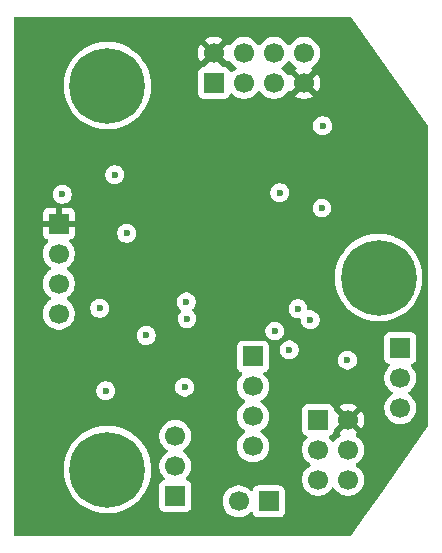
<source format=gbr>
%TF.GenerationSoftware,KiCad,Pcbnew,9.0.4*%
%TF.CreationDate,2025-11-07T20:41:43+01:00*%
%TF.ProjectId,SB_Mod_SR04,53425f4d-6f64-45f5-9352-30342e6b6963,rev?*%
%TF.SameCoordinates,Original*%
%TF.FileFunction,Copper,L2,Inr*%
%TF.FilePolarity,Positive*%
%FSLAX46Y46*%
G04 Gerber Fmt 4.6, Leading zero omitted, Abs format (unit mm)*
G04 Created by KiCad (PCBNEW 9.0.4) date 2025-11-07 20:41:43*
%MOMM*%
%LPD*%
G01*
G04 APERTURE LIST*
%TA.AperFunction,ComponentPad*%
%ADD10R,1.700000X1.700000*%
%TD*%
%TA.AperFunction,ComponentPad*%
%ADD11C,1.700000*%
%TD*%
%TA.AperFunction,ComponentPad*%
%ADD12C,6.400000*%
%TD*%
%TA.AperFunction,ViaPad*%
%ADD13C,0.600000*%
%TD*%
G04 APERTURE END LIST*
D10*
%TO.N,GND*%
%TO.C,J2*%
X122255200Y-117195600D03*
D11*
X119715200Y-117195600D03*
%TD*%
D10*
%TO.N,/SB_ACT*%
%TO.C,J3*%
X120929400Y-104927400D03*
D11*
%TO.N,/SB_DAT*%
X120929400Y-107467400D03*
%TO.N,/SB_CLK*%
X120929400Y-110007400D03*
%TO.N,GND*%
X120929400Y-112547400D03*
%TD*%
D10*
%TO.N,GND*%
%TO.C,SB1*%
X117627400Y-81762600D03*
D11*
%TO.N,+5V*%
X117627400Y-79222600D03*
%TO.N,/SB_CLK*%
X120167400Y-81762600D03*
%TO.N,GND*%
X120167400Y-79222600D03*
%TO.N,/SB_DAT*%
X122707400Y-81762600D03*
%TO.N,/SB_ACT*%
X122707400Y-79222600D03*
%TO.N,+5V*%
X125247400Y-81762600D03*
%TO.N,GND*%
X125247400Y-79222600D03*
%TD*%
D10*
%TO.N,/UPDI*%
%TO.C,J1*%
X133400800Y-104216200D03*
D11*
%TO.N,/PROG_TX*%
X133400800Y-106756200D03*
%TO.N,GND*%
X133400800Y-109296200D03*
%TD*%
D12*
%TO.N,GND*%
%TO.C,H3*%
X108600000Y-114500000D03*
%TD*%
D10*
%TO.N,+5V*%
%TO.C,A1*%
X104493500Y-93679000D03*
D11*
%TO.N,/TRIG*%
X104493500Y-96219000D03*
%TO.N,/ECHO_H*%
X104493500Y-98759000D03*
%TO.N,GND*%
X104493500Y-101299000D03*
%TD*%
D10*
%TO.N,/TX*%
%TO.C,J4*%
X114350800Y-116738400D03*
D11*
%TO.N,/RX*%
X114350800Y-114198400D03*
%TO.N,GND*%
X114350800Y-111658400D03*
%TD*%
D12*
%TO.N,GND*%
%TO.C,H1*%
X108600000Y-82000000D03*
%TD*%
D10*
%TO.N,/UPDI*%
%TO.C,CONN1*%
X126441200Y-110286800D03*
D11*
%TO.N,+5V*%
X128981200Y-110286800D03*
%TO.N,unconnected-(CONN1-nc-Pad3)*%
X126441200Y-112826800D03*
%TO.N,unconnected-(CONN1-nc-Pad4)*%
X128981200Y-112826800D03*
%TO.N,unconnected-(CONN1-nc-Pad5)*%
X126441200Y-115366800D03*
%TO.N,GND*%
X128981200Y-115366800D03*
%TD*%
D12*
%TO.N,GND*%
%TO.C,H2*%
X131572000Y-98250000D03*
%TD*%
D13*
%TO.N,GND*%
X128930400Y-105232200D03*
X107950000Y-100838000D03*
X104775000Y-91186000D03*
X124002800Y-104368600D03*
X110236000Y-94488000D03*
X115138200Y-107518200D03*
X123190000Y-91059000D03*
X125780800Y-101828600D03*
X109220000Y-89535000D03*
X126771400Y-92354400D03*
X108458000Y-107823000D03*
X115290600Y-100304600D03*
X126822200Y-85394800D03*
%TO.N,+5V*%
X116459000Y-91135200D03*
X112344200Y-86029800D03*
X112345000Y-89154000D03*
X121539000Y-88569800D03*
X116179600Y-93573600D03*
%TO.N,/ACT_LED*%
X111887000Y-103149400D03*
X122783600Y-102768400D03*
%TO.N,/ALERT_LED*%
X124739400Y-100888800D03*
X115341400Y-101727000D03*
%TD*%
%TA.AperFunction,Conductor*%
%TO.N,+5V*%
G36*
X128515275Y-110479793D02*
G01*
X128581101Y-110593807D01*
X128674193Y-110686899D01*
X128788207Y-110752725D01*
X128851790Y-110769762D01*
X128219482Y-111402069D01*
X128219482Y-111402070D01*
X128273652Y-111441426D01*
X128273651Y-111441426D01*
X128282695Y-111446034D01*
X128333492Y-111494008D01*
X128350287Y-111561829D01*
X128327750Y-111627964D01*
X128282699Y-111667002D01*
X128273382Y-111671749D01*
X128101413Y-111796690D01*
X127951090Y-111947013D01*
X127826149Y-112118982D01*
X127821684Y-112127746D01*
X127773709Y-112178542D01*
X127705888Y-112195336D01*
X127639753Y-112172798D01*
X127600716Y-112127746D01*
X127596250Y-112118982D01*
X127471309Y-111947013D01*
X127357769Y-111833473D01*
X127324284Y-111772150D01*
X127329268Y-111702458D01*
X127371140Y-111646525D01*
X127402115Y-111629610D01*
X127533531Y-111580596D01*
X127648746Y-111494346D01*
X127734996Y-111379131D01*
X127785291Y-111244283D01*
X127791700Y-111184673D01*
X127791699Y-111174112D01*
X127811379Y-111107075D01*
X127828018Y-111086426D01*
X128498237Y-110416208D01*
X128515275Y-110479793D01*
G37*
%TD.AperFunction*%
%TA.AperFunction,Conductor*%
G36*
X124048844Y-79876599D02*
G01*
X124087886Y-79921656D01*
X124092351Y-79930420D01*
X124217290Y-80102386D01*
X124367613Y-80252709D01*
X124539579Y-80377648D01*
X124539581Y-80377649D01*
X124539584Y-80377651D01*
X124548893Y-80382394D01*
X124599690Y-80430366D01*
X124616487Y-80498187D01*
X124593952Y-80564322D01*
X124548905Y-80603360D01*
X124539846Y-80607976D01*
X124539840Y-80607980D01*
X124485682Y-80647327D01*
X124485682Y-80647328D01*
X125117991Y-81279637D01*
X125054407Y-81296675D01*
X124940393Y-81362501D01*
X124847301Y-81455593D01*
X124781475Y-81569607D01*
X124764437Y-81633191D01*
X124132128Y-81000882D01*
X124132127Y-81000882D01*
X124092780Y-81055040D01*
X124092776Y-81055046D01*
X124088160Y-81064105D01*
X124040181Y-81114897D01*
X123972359Y-81131687D01*
X123906226Y-81109143D01*
X123867194Y-81064093D01*
X123862451Y-81054784D01*
X123862449Y-81054781D01*
X123862448Y-81054779D01*
X123737509Y-80882813D01*
X123587186Y-80732490D01*
X123415220Y-80607551D01*
X123407000Y-80603363D01*
X123406454Y-80603085D01*
X123355659Y-80555112D01*
X123338863Y-80487292D01*
X123361399Y-80421156D01*
X123406454Y-80382115D01*
X123415216Y-80377651D01*
X123437189Y-80361686D01*
X123587186Y-80252709D01*
X123587188Y-80252706D01*
X123587192Y-80252704D01*
X123737504Y-80102392D01*
X123737506Y-80102388D01*
X123737509Y-80102386D01*
X123862448Y-79930420D01*
X123862450Y-79930417D01*
X123862451Y-79930416D01*
X123866914Y-79921654D01*
X123914888Y-79870859D01*
X123982708Y-79854063D01*
X124048844Y-79876599D01*
G37*
%TD.AperFunction*%
%TA.AperFunction,Conductor*%
G36*
X118742670Y-79984317D02*
G01*
X118742670Y-79984316D01*
X118782022Y-79930155D01*
X118786632Y-79921107D01*
X118834605Y-79870309D01*
X118902425Y-79853512D01*
X118968561Y-79876047D01*
X119007604Y-79921104D01*
X119012349Y-79930417D01*
X119137290Y-80102386D01*
X119287613Y-80252709D01*
X119459582Y-80377650D01*
X119468346Y-80382116D01*
X119519142Y-80430091D01*
X119535936Y-80497912D01*
X119513398Y-80564047D01*
X119468346Y-80603084D01*
X119459582Y-80607549D01*
X119287615Y-80732489D01*
X119174073Y-80846031D01*
X119112750Y-80879515D01*
X119043058Y-80874531D01*
X118987125Y-80832659D01*
X118970210Y-80801682D01*
X118921197Y-80670271D01*
X118921193Y-80670264D01*
X118834947Y-80555055D01*
X118834944Y-80555052D01*
X118719735Y-80468806D01*
X118719728Y-80468802D01*
X118584882Y-80418508D01*
X118584883Y-80418508D01*
X118525283Y-80412101D01*
X118525281Y-80412100D01*
X118525273Y-80412100D01*
X118525265Y-80412100D01*
X118514709Y-80412100D01*
X118447670Y-80392415D01*
X118427028Y-80375781D01*
X117756808Y-79705562D01*
X117820393Y-79688525D01*
X117934407Y-79622699D01*
X118027499Y-79529607D01*
X118093325Y-79415593D01*
X118110362Y-79352008D01*
X118742670Y-79984317D01*
G37*
%TD.AperFunction*%
%TA.AperFunction,Conductor*%
G36*
X129213825Y-76176185D02*
G01*
X129248022Y-76208895D01*
X135746736Y-85396929D01*
X135769378Y-85463028D01*
X135769500Y-85468533D01*
X135769500Y-110747988D01*
X135749815Y-110815027D01*
X135747053Y-110819143D01*
X131500845Y-116879357D01*
X130333010Y-118546099D01*
X129246582Y-120096655D01*
X129191991Y-120140263D01*
X129145029Y-120149500D01*
X100827500Y-120149500D01*
X100760461Y-120129815D01*
X100714706Y-120077011D01*
X100703500Y-120025500D01*
X100703500Y-114318206D01*
X104899500Y-114318206D01*
X104899500Y-114681794D01*
X104910337Y-114791829D01*
X104935137Y-115043630D01*
X105006064Y-115400212D01*
X105006067Y-115400223D01*
X105111614Y-115748165D01*
X105250754Y-116084078D01*
X105250756Y-116084083D01*
X105422140Y-116404720D01*
X105422151Y-116404738D01*
X105624140Y-116707035D01*
X105624150Y-116707049D01*
X105854807Y-116988106D01*
X106111893Y-117245192D01*
X106111898Y-117245196D01*
X106111899Y-117245197D01*
X106392956Y-117475854D01*
X106695268Y-117677853D01*
X106695277Y-117677858D01*
X106695279Y-117677859D01*
X107015916Y-117849243D01*
X107015918Y-117849243D01*
X107015924Y-117849247D01*
X107351836Y-117988386D01*
X107699767Y-118093930D01*
X107699773Y-118093931D01*
X107699776Y-118093932D01*
X107699787Y-118093935D01*
X108056369Y-118164862D01*
X108418206Y-118200500D01*
X108418209Y-118200500D01*
X108781791Y-118200500D01*
X108781794Y-118200500D01*
X109143631Y-118164862D01*
X109213045Y-118151054D01*
X109500212Y-118093935D01*
X109500223Y-118093932D01*
X109500223Y-118093931D01*
X109500233Y-118093930D01*
X109848164Y-117988386D01*
X110184076Y-117849247D01*
X110504732Y-117677853D01*
X110807044Y-117475854D01*
X111088101Y-117245197D01*
X111345197Y-116988101D01*
X111575854Y-116707044D01*
X111777853Y-116404732D01*
X111949247Y-116084076D01*
X112088386Y-115748164D01*
X112193930Y-115400233D01*
X112193932Y-115400223D01*
X112193935Y-115400212D01*
X112264862Y-115043630D01*
X112284092Y-114848385D01*
X112300500Y-114681794D01*
X112300500Y-114318206D01*
X112264862Y-113956369D01*
X112250101Y-113882160D01*
X112193935Y-113599787D01*
X112193932Y-113599776D01*
X112193931Y-113599773D01*
X112193930Y-113599767D01*
X112088386Y-113251836D01*
X111949247Y-112915924D01*
X111921302Y-112863643D01*
X111777859Y-112595279D01*
X111777858Y-112595277D01*
X111777853Y-112595268D01*
X111575854Y-112292956D01*
X111345197Y-112011899D01*
X111345196Y-112011898D01*
X111345192Y-112011893D01*
X111088106Y-111754807D01*
X110951983Y-111643094D01*
X110841122Y-111552113D01*
X113000300Y-111552113D01*
X113000300Y-111764687D01*
X113033554Y-111974643D01*
X113083300Y-112127746D01*
X113099244Y-112176814D01*
X113195751Y-112366220D01*
X113320690Y-112538186D01*
X113471013Y-112688509D01*
X113642982Y-112813450D01*
X113651746Y-112817916D01*
X113702542Y-112865891D01*
X113719336Y-112933712D01*
X113696798Y-112999847D01*
X113651746Y-113038884D01*
X113642982Y-113043349D01*
X113471013Y-113168290D01*
X113320690Y-113318613D01*
X113195751Y-113490579D01*
X113099244Y-113679985D01*
X113033553Y-113882160D01*
X113010873Y-114025356D01*
X113000300Y-114092113D01*
X113000300Y-114304687D01*
X113033554Y-114514643D01*
X113083300Y-114667746D01*
X113099244Y-114716814D01*
X113195751Y-114906220D01*
X113320690Y-115078186D01*
X113434230Y-115191726D01*
X113467715Y-115253049D01*
X113462731Y-115322741D01*
X113420859Y-115378674D01*
X113389883Y-115395589D01*
X113258469Y-115444603D01*
X113258464Y-115444606D01*
X113143255Y-115530852D01*
X113143252Y-115530855D01*
X113057006Y-115646064D01*
X113057002Y-115646071D01*
X113006708Y-115780917D01*
X113001598Y-115828450D01*
X113000301Y-115840523D01*
X113000300Y-115840535D01*
X113000300Y-117636270D01*
X113000301Y-117636276D01*
X113006708Y-117695883D01*
X113057002Y-117830728D01*
X113057006Y-117830735D01*
X113143252Y-117945944D01*
X113143255Y-117945947D01*
X113258464Y-118032193D01*
X113258471Y-118032197D01*
X113393317Y-118082491D01*
X113393316Y-118082491D01*
X113400244Y-118083235D01*
X113452927Y-118088900D01*
X115248672Y-118088899D01*
X115308283Y-118082491D01*
X115443131Y-118032196D01*
X115558346Y-117945946D01*
X115644596Y-117830731D01*
X115694891Y-117695883D01*
X115701300Y-117636273D01*
X115701299Y-117089313D01*
X118364700Y-117089313D01*
X118364700Y-117301886D01*
X118392254Y-117475859D01*
X118397954Y-117511843D01*
X118457752Y-117695882D01*
X118463644Y-117714014D01*
X118560151Y-117903420D01*
X118685090Y-118075386D01*
X118835413Y-118225709D01*
X119007379Y-118350648D01*
X119007381Y-118350649D01*
X119007384Y-118350651D01*
X119196788Y-118447157D01*
X119398957Y-118512846D01*
X119608913Y-118546100D01*
X119608914Y-118546100D01*
X119821486Y-118546100D01*
X119821487Y-118546100D01*
X120031443Y-118512846D01*
X120233612Y-118447157D01*
X120423016Y-118350651D01*
X120594992Y-118225704D01*
X120708529Y-118112166D01*
X120769848Y-118078684D01*
X120839540Y-118083668D01*
X120895474Y-118125539D01*
X120912389Y-118156517D01*
X120961402Y-118287928D01*
X120961406Y-118287935D01*
X121047652Y-118403144D01*
X121047655Y-118403147D01*
X121162864Y-118489393D01*
X121162871Y-118489397D01*
X121297717Y-118539691D01*
X121297716Y-118539691D01*
X121304644Y-118540435D01*
X121357327Y-118546100D01*
X123153072Y-118546099D01*
X123212683Y-118539691D01*
X123347531Y-118489396D01*
X123462746Y-118403146D01*
X123548996Y-118287931D01*
X123599291Y-118153083D01*
X123605700Y-118093473D01*
X123605699Y-116297728D01*
X123599291Y-116238117D01*
X123598010Y-116234683D01*
X123548997Y-116103271D01*
X123548993Y-116103264D01*
X123462747Y-115988055D01*
X123462744Y-115988052D01*
X123347535Y-115901806D01*
X123347528Y-115901802D01*
X123212682Y-115851508D01*
X123212683Y-115851508D01*
X123153083Y-115845101D01*
X123153081Y-115845100D01*
X123153073Y-115845100D01*
X123153064Y-115845100D01*
X121357329Y-115845100D01*
X121357323Y-115845101D01*
X121297716Y-115851508D01*
X121162871Y-115901802D01*
X121162864Y-115901806D01*
X121047655Y-115988052D01*
X121047652Y-115988055D01*
X120961406Y-116103264D01*
X120961403Y-116103269D01*
X120912389Y-116234683D01*
X120870517Y-116290616D01*
X120805053Y-116315033D01*
X120736780Y-116300181D01*
X120708526Y-116279030D01*
X120594986Y-116165490D01*
X120423020Y-116040551D01*
X120233614Y-115944044D01*
X120233613Y-115944043D01*
X120233612Y-115944043D01*
X120031443Y-115878354D01*
X120031441Y-115878353D01*
X120031440Y-115878353D01*
X119870157Y-115852808D01*
X119821487Y-115845100D01*
X119608913Y-115845100D01*
X119560242Y-115852808D01*
X119398960Y-115878353D01*
X119196785Y-115944044D01*
X119007379Y-116040551D01*
X118835413Y-116165490D01*
X118685090Y-116315813D01*
X118560151Y-116487779D01*
X118463644Y-116677185D01*
X118397953Y-116879360D01*
X118364700Y-117089313D01*
X115701299Y-117089313D01*
X115701299Y-116717300D01*
X115701299Y-115840529D01*
X115701298Y-115840523D01*
X115701297Y-115840516D01*
X115694891Y-115780917D01*
X115682675Y-115748165D01*
X115644597Y-115646071D01*
X115644593Y-115646064D01*
X115558347Y-115530855D01*
X115558344Y-115530852D01*
X115443135Y-115444606D01*
X115443128Y-115444602D01*
X115311717Y-115395589D01*
X115255783Y-115353718D01*
X115231366Y-115288253D01*
X115246218Y-115219980D01*
X115267363Y-115191732D01*
X115380904Y-115078192D01*
X115505851Y-114906216D01*
X115602357Y-114716812D01*
X115668046Y-114514643D01*
X115701300Y-114304687D01*
X115701300Y-114092113D01*
X115668046Y-113882157D01*
X115602357Y-113679988D01*
X115505851Y-113490584D01*
X115505849Y-113490581D01*
X115505848Y-113490579D01*
X115380909Y-113318613D01*
X115230586Y-113168290D01*
X115058620Y-113043351D01*
X115057915Y-113042991D01*
X115049854Y-113038885D01*
X114999059Y-112990912D01*
X114982263Y-112923092D01*
X115004799Y-112856956D01*
X115049854Y-112817915D01*
X115058616Y-112813451D01*
X115080589Y-112797486D01*
X115230586Y-112688509D01*
X115230588Y-112688506D01*
X115230592Y-112688504D01*
X115380904Y-112538192D01*
X115380906Y-112538188D01*
X115380909Y-112538186D01*
X115505848Y-112366220D01*
X115505847Y-112366220D01*
X115505851Y-112366216D01*
X115602357Y-112176812D01*
X115668046Y-111974643D01*
X115701300Y-111764687D01*
X115701300Y-111552113D01*
X115668046Y-111342157D01*
X115602357Y-111139988D01*
X115505851Y-110950584D01*
X115505849Y-110950581D01*
X115505848Y-110950579D01*
X115380909Y-110778613D01*
X115230586Y-110628290D01*
X115058620Y-110503351D01*
X114869214Y-110406844D01*
X114869213Y-110406843D01*
X114869212Y-110406843D01*
X114667043Y-110341154D01*
X114667041Y-110341153D01*
X114667040Y-110341153D01*
X114505757Y-110315608D01*
X114457087Y-110307900D01*
X114244513Y-110307900D01*
X114195842Y-110315608D01*
X114034560Y-110341153D01*
X113832385Y-110406844D01*
X113642979Y-110503351D01*
X113471013Y-110628290D01*
X113320690Y-110778613D01*
X113195751Y-110950579D01*
X113099244Y-111139985D01*
X113099243Y-111139987D01*
X113099243Y-111139988D01*
X113084725Y-111184670D01*
X113033553Y-111342160D01*
X113004729Y-111524150D01*
X113000300Y-111552113D01*
X110841122Y-111552113D01*
X110807049Y-111524150D01*
X110807048Y-111524149D01*
X110807044Y-111524146D01*
X110504732Y-111322147D01*
X110504727Y-111322144D01*
X110504720Y-111322140D01*
X110184083Y-111150756D01*
X110184078Y-111150754D01*
X110158079Y-111139985D01*
X110028777Y-111086426D01*
X109848165Y-111011614D01*
X109500223Y-110906067D01*
X109500212Y-110906064D01*
X109143630Y-110835137D01*
X108871111Y-110808296D01*
X108781794Y-110799500D01*
X108418206Y-110799500D01*
X108335679Y-110807628D01*
X108056369Y-110835137D01*
X107699787Y-110906064D01*
X107699776Y-110906067D01*
X107351834Y-111011614D01*
X107015921Y-111150754D01*
X107015916Y-111150756D01*
X106695279Y-111322140D01*
X106695261Y-111322151D01*
X106392964Y-111524140D01*
X106392950Y-111524150D01*
X106111893Y-111754807D01*
X105854807Y-112011893D01*
X105624150Y-112292950D01*
X105624140Y-112292964D01*
X105422151Y-112595261D01*
X105422140Y-112595279D01*
X105250756Y-112915916D01*
X105250754Y-112915921D01*
X105111614Y-113251834D01*
X105006067Y-113599776D01*
X105006064Y-113599787D01*
X104935137Y-113956369D01*
X104910425Y-114207284D01*
X104899500Y-114318206D01*
X100703500Y-114318206D01*
X100703500Y-107744153D01*
X107657500Y-107744153D01*
X107657500Y-107901846D01*
X107688261Y-108056489D01*
X107688264Y-108056501D01*
X107748602Y-108202172D01*
X107748609Y-108202185D01*
X107836210Y-108333288D01*
X107836213Y-108333292D01*
X107947707Y-108444786D01*
X107947711Y-108444789D01*
X108078814Y-108532390D01*
X108078827Y-108532397D01*
X108213982Y-108588379D01*
X108224503Y-108592737D01*
X108373869Y-108622448D01*
X108379153Y-108623499D01*
X108379156Y-108623500D01*
X108379158Y-108623500D01*
X108536844Y-108623500D01*
X108536845Y-108623499D01*
X108691497Y-108592737D01*
X108837179Y-108532394D01*
X108968289Y-108444789D01*
X109079789Y-108333289D01*
X109167394Y-108202179D01*
X109227737Y-108056497D01*
X109258500Y-107901842D01*
X109258500Y-107744158D01*
X109258500Y-107744155D01*
X109258499Y-107744153D01*
X109229237Y-107597044D01*
X109227737Y-107589503D01*
X109221186Y-107573687D01*
X109182678Y-107480718D01*
X109167395Y-107443824D01*
X109167394Y-107443821D01*
X109167392Y-107443818D01*
X109167390Y-107443814D01*
X109164409Y-107439353D01*
X114337700Y-107439353D01*
X114337700Y-107597046D01*
X114368461Y-107751689D01*
X114368464Y-107751701D01*
X114428802Y-107897372D01*
X114428809Y-107897385D01*
X114516410Y-108028488D01*
X114516413Y-108028492D01*
X114627907Y-108139986D01*
X114627911Y-108139989D01*
X114759014Y-108227590D01*
X114759027Y-108227597D01*
X114904698Y-108287935D01*
X114904703Y-108287937D01*
X115059353Y-108318699D01*
X115059356Y-108318700D01*
X115059358Y-108318700D01*
X115217044Y-108318700D01*
X115217045Y-108318699D01*
X115371697Y-108287937D01*
X115517379Y-108227594D01*
X115648489Y-108139989D01*
X115759989Y-108028489D01*
X115847594Y-107897379D01*
X115907937Y-107751697D01*
X115938700Y-107597042D01*
X115938700Y-107439358D01*
X115938700Y-107439355D01*
X115938699Y-107439353D01*
X115907938Y-107284710D01*
X115907937Y-107284703D01*
X115873354Y-107201211D01*
X115847597Y-107139027D01*
X115847590Y-107139014D01*
X115759989Y-107007911D01*
X115759986Y-107007907D01*
X115648492Y-106896413D01*
X115648488Y-106896410D01*
X115517385Y-106808809D01*
X115517372Y-106808802D01*
X115371701Y-106748464D01*
X115371689Y-106748461D01*
X115217045Y-106717700D01*
X115217042Y-106717700D01*
X115059358Y-106717700D01*
X115059355Y-106717700D01*
X114904710Y-106748461D01*
X114904698Y-106748464D01*
X114759027Y-106808802D01*
X114759014Y-106808809D01*
X114627911Y-106896410D01*
X114627907Y-106896413D01*
X114516413Y-107007907D01*
X114516410Y-107007911D01*
X114428809Y-107139014D01*
X114428802Y-107139027D01*
X114368464Y-107284698D01*
X114368461Y-107284710D01*
X114337700Y-107439353D01*
X109164409Y-107439353D01*
X109079789Y-107312711D01*
X109079786Y-107312707D01*
X108968292Y-107201213D01*
X108968288Y-107201210D01*
X108837185Y-107113609D01*
X108837172Y-107113602D01*
X108691501Y-107053264D01*
X108691489Y-107053261D01*
X108536845Y-107022500D01*
X108536842Y-107022500D01*
X108379158Y-107022500D01*
X108379155Y-107022500D01*
X108224510Y-107053261D01*
X108224498Y-107053264D01*
X108078827Y-107113602D01*
X108078814Y-107113609D01*
X107947711Y-107201210D01*
X107947707Y-107201213D01*
X107836213Y-107312707D01*
X107836210Y-107312711D01*
X107748609Y-107443814D01*
X107748602Y-107443827D01*
X107688264Y-107589498D01*
X107688261Y-107589510D01*
X107657500Y-107744153D01*
X100703500Y-107744153D01*
X100703500Y-104029535D01*
X119578900Y-104029535D01*
X119578900Y-105825270D01*
X119578901Y-105825276D01*
X119585308Y-105884883D01*
X119635602Y-106019728D01*
X119635606Y-106019735D01*
X119721852Y-106134944D01*
X119721855Y-106134947D01*
X119837064Y-106221193D01*
X119837071Y-106221197D01*
X119968482Y-106270210D01*
X120024416Y-106312081D01*
X120048833Y-106377545D01*
X120033982Y-106445818D01*
X120012831Y-106474073D01*
X119899289Y-106587615D01*
X119774351Y-106759579D01*
X119677844Y-106948985D01*
X119612153Y-107151160D01*
X119592600Y-107274614D01*
X119578900Y-107361113D01*
X119578900Y-107573687D01*
X119582600Y-107597046D01*
X119605899Y-107744155D01*
X119612154Y-107783643D01*
X119670655Y-107963691D01*
X119677844Y-107985814D01*
X119774351Y-108175220D01*
X119899290Y-108347186D01*
X120049613Y-108497509D01*
X120221582Y-108622450D01*
X120230346Y-108626916D01*
X120281142Y-108674891D01*
X120297936Y-108742712D01*
X120275398Y-108808847D01*
X120230346Y-108847884D01*
X120221582Y-108852349D01*
X120049613Y-108977290D01*
X119899290Y-109127613D01*
X119774351Y-109299579D01*
X119677844Y-109488985D01*
X119612153Y-109691160D01*
X119578900Y-109901113D01*
X119578900Y-110113686D01*
X119609660Y-110307900D01*
X119612154Y-110323643D01*
X119670544Y-110503349D01*
X119677844Y-110525814D01*
X119774351Y-110715220D01*
X119899290Y-110887186D01*
X120049613Y-111037509D01*
X120221582Y-111162450D01*
X120230346Y-111166916D01*
X120281142Y-111214891D01*
X120297936Y-111282712D01*
X120275398Y-111348847D01*
X120230346Y-111387884D01*
X120221582Y-111392349D01*
X120049613Y-111517290D01*
X119899290Y-111667613D01*
X119774351Y-111839579D01*
X119677844Y-112028985D01*
X119612153Y-112231160D01*
X119578900Y-112441113D01*
X119578900Y-112653686D01*
X119604911Y-112817916D01*
X119612154Y-112863643D01*
X119670544Y-113043349D01*
X119677844Y-113065814D01*
X119774351Y-113255220D01*
X119899290Y-113427186D01*
X120049613Y-113577509D01*
X120221579Y-113702448D01*
X120221581Y-113702449D01*
X120221584Y-113702451D01*
X120410988Y-113798957D01*
X120613157Y-113864646D01*
X120823113Y-113897900D01*
X120823114Y-113897900D01*
X121035686Y-113897900D01*
X121035687Y-113897900D01*
X121245643Y-113864646D01*
X121447812Y-113798957D01*
X121637216Y-113702451D01*
X121668138Y-113679985D01*
X121809186Y-113577509D01*
X121809188Y-113577506D01*
X121809192Y-113577504D01*
X121959504Y-113427192D01*
X121959506Y-113427188D01*
X121959509Y-113427186D01*
X122084448Y-113255220D01*
X122084447Y-113255220D01*
X122084451Y-113255216D01*
X122180957Y-113065812D01*
X122246646Y-112863643D01*
X122279900Y-112653687D01*
X122279900Y-112441113D01*
X122246646Y-112231157D01*
X122180957Y-112028988D01*
X122084451Y-111839584D01*
X122084449Y-111839581D01*
X122084448Y-111839579D01*
X121959509Y-111667613D01*
X121809186Y-111517290D01*
X121637220Y-111392351D01*
X121636515Y-111391991D01*
X121628454Y-111387885D01*
X121577659Y-111339912D01*
X121560863Y-111272092D01*
X121583399Y-111205956D01*
X121628454Y-111166915D01*
X121637216Y-111162451D01*
X121729063Y-111095721D01*
X121809186Y-111037509D01*
X121809188Y-111037506D01*
X121809192Y-111037504D01*
X121959504Y-110887192D01*
X121959506Y-110887188D01*
X121959509Y-110887186D01*
X122084448Y-110715220D01*
X122084447Y-110715220D01*
X122084451Y-110715216D01*
X122180957Y-110525812D01*
X122246646Y-110323643D01*
X122279900Y-110113687D01*
X122279900Y-109901113D01*
X122246646Y-109691157D01*
X122180957Y-109488988D01*
X122129978Y-109388935D01*
X125090700Y-109388935D01*
X125090700Y-111184670D01*
X125090701Y-111184676D01*
X125097108Y-111244283D01*
X125147402Y-111379128D01*
X125147406Y-111379135D01*
X125233652Y-111494344D01*
X125233655Y-111494347D01*
X125348864Y-111580593D01*
X125348871Y-111580597D01*
X125480282Y-111629610D01*
X125536216Y-111671481D01*
X125560633Y-111736945D01*
X125545782Y-111805218D01*
X125524631Y-111833473D01*
X125411089Y-111947015D01*
X125286151Y-112118979D01*
X125189644Y-112308385D01*
X125123953Y-112510560D01*
X125119578Y-112538186D01*
X125090700Y-112720513D01*
X125090700Y-112933087D01*
X125123954Y-113143043D01*
X125181000Y-113318613D01*
X125189644Y-113345214D01*
X125286151Y-113534620D01*
X125411090Y-113706586D01*
X125561413Y-113856909D01*
X125733382Y-113981850D01*
X125742146Y-113986316D01*
X125792942Y-114034291D01*
X125809736Y-114102112D01*
X125787198Y-114168247D01*
X125742146Y-114207284D01*
X125733382Y-114211749D01*
X125561413Y-114336690D01*
X125411090Y-114487013D01*
X125286151Y-114658979D01*
X125189644Y-114848385D01*
X125123953Y-115050560D01*
X125119578Y-115078184D01*
X125090700Y-115260513D01*
X125090700Y-115473087D01*
X125123954Y-115683043D01*
X125187414Y-115878353D01*
X125189644Y-115885214D01*
X125286151Y-116074620D01*
X125411090Y-116246586D01*
X125561413Y-116396909D01*
X125733379Y-116521848D01*
X125733381Y-116521849D01*
X125733384Y-116521851D01*
X125922788Y-116618357D01*
X126124957Y-116684046D01*
X126334913Y-116717300D01*
X126334914Y-116717300D01*
X126547486Y-116717300D01*
X126547487Y-116717300D01*
X126757443Y-116684046D01*
X126959612Y-116618357D01*
X127149016Y-116521851D01*
X127195906Y-116487784D01*
X127320986Y-116396909D01*
X127320988Y-116396906D01*
X127320992Y-116396904D01*
X127471304Y-116246592D01*
X127471306Y-116246588D01*
X127471309Y-116246586D01*
X127589373Y-116084083D01*
X127596251Y-116074616D01*
X127600714Y-116065854D01*
X127648688Y-116015059D01*
X127716508Y-115998263D01*
X127782644Y-116020799D01*
X127821686Y-116065856D01*
X127826151Y-116074620D01*
X127951090Y-116246586D01*
X128101413Y-116396909D01*
X128273379Y-116521848D01*
X128273381Y-116521849D01*
X128273384Y-116521851D01*
X128462788Y-116618357D01*
X128664957Y-116684046D01*
X128874913Y-116717300D01*
X128874914Y-116717300D01*
X129087486Y-116717300D01*
X129087487Y-116717300D01*
X129297443Y-116684046D01*
X129499612Y-116618357D01*
X129689016Y-116521851D01*
X129735906Y-116487784D01*
X129860986Y-116396909D01*
X129860988Y-116396906D01*
X129860992Y-116396904D01*
X130011304Y-116246592D01*
X130011306Y-116246588D01*
X130011309Y-116246586D01*
X130129373Y-116084083D01*
X130136251Y-116074616D01*
X130232757Y-115885212D01*
X130298446Y-115683043D01*
X130331700Y-115473087D01*
X130331700Y-115260513D01*
X130298446Y-115050557D01*
X130232757Y-114848388D01*
X130136251Y-114658984D01*
X130136249Y-114658981D01*
X130136248Y-114658979D01*
X130011309Y-114487013D01*
X129860986Y-114336690D01*
X129689020Y-114211751D01*
X129688315Y-114211391D01*
X129680254Y-114207285D01*
X129629459Y-114159312D01*
X129612663Y-114091492D01*
X129635199Y-114025356D01*
X129680254Y-113986315D01*
X129689016Y-113981851D01*
X129724089Y-113956369D01*
X129860986Y-113856909D01*
X129860988Y-113856906D01*
X129860992Y-113856904D01*
X130011304Y-113706592D01*
X130011306Y-113706588D01*
X130011309Y-113706586D01*
X130136248Y-113534620D01*
X130136247Y-113534620D01*
X130136251Y-113534616D01*
X130232757Y-113345212D01*
X130298446Y-113143043D01*
X130331700Y-112933087D01*
X130331700Y-112720513D01*
X130298446Y-112510557D01*
X130232757Y-112308388D01*
X130136251Y-112118984D01*
X130136249Y-112118981D01*
X130136248Y-112118979D01*
X130011309Y-111947013D01*
X129860986Y-111796690D01*
X129689017Y-111671749D01*
X129679704Y-111667004D01*
X129628907Y-111619030D01*
X129612112Y-111551209D01*
X129634649Y-111485074D01*
X129679707Y-111446032D01*
X129688755Y-111441422D01*
X129742916Y-111402070D01*
X129742917Y-111402070D01*
X129110608Y-110769762D01*
X129174193Y-110752725D01*
X129288207Y-110686899D01*
X129381299Y-110593807D01*
X129447125Y-110479793D01*
X129464162Y-110416208D01*
X130096470Y-111048517D01*
X130096470Y-111048516D01*
X130135822Y-110994354D01*
X130232295Y-110805017D01*
X130297957Y-110602930D01*
X130297957Y-110602927D01*
X130331200Y-110393046D01*
X130331200Y-110180553D01*
X130297957Y-109970672D01*
X130297957Y-109970669D01*
X130232295Y-109768582D01*
X130135824Y-109579249D01*
X130096470Y-109525082D01*
X130096469Y-109525082D01*
X129464162Y-110157390D01*
X129447125Y-110093807D01*
X129381299Y-109979793D01*
X129288207Y-109886701D01*
X129174193Y-109820875D01*
X129110609Y-109803837D01*
X129742916Y-109171528D01*
X129688750Y-109132175D01*
X129499417Y-109035704D01*
X129297329Y-108970042D01*
X129087446Y-108936800D01*
X128874954Y-108936800D01*
X128665072Y-108970042D01*
X128665069Y-108970042D01*
X128462982Y-109035704D01*
X128273639Y-109132180D01*
X128219482Y-109171527D01*
X128219482Y-109171528D01*
X128851791Y-109803837D01*
X128788207Y-109820875D01*
X128674193Y-109886701D01*
X128581101Y-109979793D01*
X128515275Y-110093807D01*
X128498237Y-110157391D01*
X127828018Y-109487172D01*
X127794533Y-109425849D01*
X127794530Y-109425836D01*
X127791699Y-109412815D01*
X127791699Y-109388928D01*
X127785291Y-109329317D01*
X127757126Y-109253802D01*
X127734998Y-109194473D01*
X127734993Y-109194464D01*
X127648747Y-109079255D01*
X127648744Y-109079252D01*
X127533535Y-108993006D01*
X127533528Y-108993002D01*
X127398682Y-108942708D01*
X127398683Y-108942708D01*
X127339083Y-108936301D01*
X127339081Y-108936300D01*
X127339073Y-108936300D01*
X127339064Y-108936300D01*
X125543329Y-108936300D01*
X125543323Y-108936301D01*
X125483716Y-108942708D01*
X125348871Y-108993002D01*
X125348864Y-108993006D01*
X125233655Y-109079252D01*
X125233652Y-109079255D01*
X125147406Y-109194464D01*
X125147402Y-109194471D01*
X125097108Y-109329317D01*
X125090701Y-109388916D01*
X125090700Y-109388935D01*
X122129978Y-109388935D01*
X122084451Y-109299584D01*
X122084449Y-109299581D01*
X122084448Y-109299579D01*
X121959509Y-109127613D01*
X121809186Y-108977290D01*
X121637220Y-108852351D01*
X121636515Y-108851991D01*
X121628454Y-108847885D01*
X121577659Y-108799912D01*
X121560863Y-108732092D01*
X121583399Y-108665956D01*
X121628454Y-108626915D01*
X121637216Y-108622451D01*
X121684106Y-108588384D01*
X121809186Y-108497509D01*
X121809188Y-108497506D01*
X121809192Y-108497504D01*
X121959504Y-108347192D01*
X121959506Y-108347188D01*
X121959509Y-108347186D01*
X122084448Y-108175220D01*
X122084447Y-108175220D01*
X122084451Y-108175216D01*
X122180957Y-107985812D01*
X122246646Y-107783643D01*
X122279900Y-107573687D01*
X122279900Y-107361113D01*
X122246646Y-107151157D01*
X122180957Y-106948988D01*
X122084451Y-106759584D01*
X122084449Y-106759581D01*
X122084448Y-106759579D01*
X121959509Y-106587613D01*
X121845969Y-106474073D01*
X121812484Y-106412750D01*
X121817468Y-106343058D01*
X121859340Y-106287125D01*
X121890315Y-106270210D01*
X122021731Y-106221196D01*
X122136946Y-106134946D01*
X122223196Y-106019731D01*
X122273491Y-105884883D01*
X122279900Y-105825273D01*
X122279899Y-104289753D01*
X123202300Y-104289753D01*
X123202300Y-104447446D01*
X123233061Y-104602089D01*
X123233064Y-104602101D01*
X123293402Y-104747772D01*
X123293409Y-104747785D01*
X123381010Y-104878888D01*
X123381013Y-104878892D01*
X123492507Y-104990386D01*
X123492511Y-104990389D01*
X123623614Y-105077990D01*
X123623627Y-105077997D01*
X123710731Y-105114076D01*
X123769303Y-105138337D01*
X123923953Y-105169099D01*
X123923956Y-105169100D01*
X123923958Y-105169100D01*
X124081644Y-105169100D01*
X124081645Y-105169099D01*
X124160806Y-105153353D01*
X128129900Y-105153353D01*
X128129900Y-105311046D01*
X128160661Y-105465689D01*
X128160664Y-105465701D01*
X128221002Y-105611372D01*
X128221009Y-105611385D01*
X128308610Y-105742488D01*
X128308613Y-105742492D01*
X128420107Y-105853986D01*
X128420111Y-105853989D01*
X128551214Y-105941590D01*
X128551227Y-105941597D01*
X128696898Y-106001935D01*
X128696903Y-106001937D01*
X128851553Y-106032699D01*
X128851556Y-106032700D01*
X128851558Y-106032700D01*
X129009244Y-106032700D01*
X129009245Y-106032699D01*
X129163897Y-106001937D01*
X129309579Y-105941594D01*
X129440689Y-105853989D01*
X129552189Y-105742489D01*
X129639794Y-105611379D01*
X129700137Y-105465697D01*
X129730900Y-105311042D01*
X129730900Y-105153358D01*
X129730900Y-105153355D01*
X129730899Y-105153353D01*
X129723084Y-105114064D01*
X129700137Y-104998703D01*
X129650509Y-104878889D01*
X129639797Y-104853027D01*
X129639790Y-104853014D01*
X129552189Y-104721911D01*
X129552186Y-104721907D01*
X129440692Y-104610413D01*
X129440688Y-104610410D01*
X129309585Y-104522809D01*
X129309572Y-104522802D01*
X129163901Y-104462464D01*
X129163889Y-104462461D01*
X129009245Y-104431700D01*
X129009242Y-104431700D01*
X128851558Y-104431700D01*
X128851555Y-104431700D01*
X128696910Y-104462461D01*
X128696898Y-104462464D01*
X128551227Y-104522802D01*
X128551214Y-104522809D01*
X128420111Y-104610410D01*
X128420107Y-104610413D01*
X128308613Y-104721907D01*
X128308610Y-104721911D01*
X128221009Y-104853014D01*
X128221002Y-104853027D01*
X128160664Y-104998698D01*
X128160661Y-104998710D01*
X128129900Y-105153353D01*
X124160806Y-105153353D01*
X124236297Y-105138337D01*
X124381979Y-105077994D01*
X124381985Y-105077990D01*
X124432610Y-105044164D01*
X124470374Y-105018929D01*
X124513089Y-104990389D01*
X124624589Y-104878889D01*
X124712194Y-104747779D01*
X124772537Y-104602097D01*
X124803300Y-104447442D01*
X124803300Y-104289758D01*
X124803300Y-104289755D01*
X124803299Y-104289753D01*
X124772538Y-104135110D01*
X124772537Y-104135103D01*
X124728810Y-104029535D01*
X124712197Y-103989427D01*
X124712190Y-103989414D01*
X124624589Y-103858311D01*
X124624586Y-103858307D01*
X124513092Y-103746813D01*
X124513088Y-103746810D01*
X124381985Y-103659209D01*
X124381972Y-103659202D01*
X124236301Y-103598864D01*
X124236289Y-103598861D01*
X124081645Y-103568100D01*
X124081642Y-103568100D01*
X123923958Y-103568100D01*
X123923955Y-103568100D01*
X123769310Y-103598861D01*
X123769298Y-103598864D01*
X123623627Y-103659202D01*
X123623614Y-103659209D01*
X123492511Y-103746810D01*
X123492507Y-103746813D01*
X123381013Y-103858307D01*
X123381010Y-103858311D01*
X123293409Y-103989414D01*
X123293402Y-103989427D01*
X123233064Y-104135098D01*
X123233061Y-104135110D01*
X123202300Y-104289753D01*
X122279899Y-104289753D01*
X122279899Y-104029528D01*
X122273491Y-103969917D01*
X122266025Y-103949900D01*
X122223197Y-103835071D01*
X122223193Y-103835064D01*
X122136947Y-103719855D01*
X122136944Y-103719852D01*
X122021735Y-103633606D01*
X122021728Y-103633602D01*
X121886882Y-103583308D01*
X121886883Y-103583308D01*
X121827283Y-103576901D01*
X121827281Y-103576900D01*
X121827273Y-103576900D01*
X121827264Y-103576900D01*
X120031529Y-103576900D01*
X120031523Y-103576901D01*
X119971916Y-103583308D01*
X119837071Y-103633602D01*
X119837064Y-103633606D01*
X119721855Y-103719852D01*
X119721852Y-103719855D01*
X119635606Y-103835064D01*
X119635602Y-103835071D01*
X119585308Y-103969917D01*
X119583211Y-103989427D01*
X119578901Y-104029523D01*
X119578900Y-104029535D01*
X100703500Y-104029535D01*
X100703500Y-103070553D01*
X111086500Y-103070553D01*
X111086500Y-103228246D01*
X111117261Y-103382889D01*
X111117264Y-103382901D01*
X111177602Y-103528572D01*
X111177609Y-103528585D01*
X111265210Y-103659688D01*
X111265213Y-103659692D01*
X111376707Y-103771186D01*
X111376711Y-103771189D01*
X111507814Y-103858790D01*
X111507827Y-103858797D01*
X111653498Y-103919135D01*
X111653503Y-103919137D01*
X111808153Y-103949899D01*
X111808156Y-103949900D01*
X111808158Y-103949900D01*
X111965844Y-103949900D01*
X111965845Y-103949899D01*
X112120497Y-103919137D01*
X112131183Y-103914710D01*
X112138585Y-103911645D01*
X112266172Y-103858797D01*
X112266172Y-103858796D01*
X112266179Y-103858794D01*
X112397289Y-103771189D01*
X112508789Y-103659689D01*
X112596394Y-103528579D01*
X112656737Y-103382897D01*
X112687500Y-103228242D01*
X112687500Y-103070558D01*
X112687500Y-103070555D01*
X112687499Y-103070553D01*
X112656737Y-102915903D01*
X112635943Y-102865701D01*
X112596397Y-102770227D01*
X112596393Y-102770220D01*
X112584458Y-102752358D01*
X112584457Y-102752356D01*
X112542493Y-102689553D01*
X121983100Y-102689553D01*
X121983100Y-102847246D01*
X122013861Y-103001889D01*
X122013864Y-103001901D01*
X122074202Y-103147572D01*
X122074209Y-103147585D01*
X122161810Y-103278688D01*
X122161813Y-103278692D01*
X122273307Y-103390186D01*
X122273311Y-103390189D01*
X122404414Y-103477790D01*
X122404427Y-103477797D01*
X122527042Y-103528585D01*
X122550103Y-103538137D01*
X122700736Y-103568100D01*
X122704753Y-103568899D01*
X122704756Y-103568900D01*
X122704758Y-103568900D01*
X122862444Y-103568900D01*
X122862445Y-103568899D01*
X123017097Y-103538137D01*
X123162779Y-103477794D01*
X123293889Y-103390189D01*
X123365743Y-103318335D01*
X132050300Y-103318335D01*
X132050300Y-105114070D01*
X132050301Y-105114076D01*
X132056708Y-105173683D01*
X132107002Y-105308528D01*
X132107006Y-105308535D01*
X132193252Y-105423744D01*
X132193255Y-105423747D01*
X132308464Y-105509993D01*
X132308471Y-105509997D01*
X132439882Y-105559010D01*
X132495816Y-105600881D01*
X132520233Y-105666345D01*
X132505382Y-105734618D01*
X132484231Y-105762873D01*
X132370689Y-105876415D01*
X132245751Y-106048379D01*
X132149244Y-106237785D01*
X132083553Y-106439960D01*
X132050300Y-106649913D01*
X132050300Y-106862486D01*
X132064000Y-106948988D01*
X132083554Y-107072443D01*
X132125393Y-107201211D01*
X132149244Y-107274614D01*
X132245751Y-107464020D01*
X132370690Y-107635986D01*
X132521013Y-107786309D01*
X132692982Y-107911250D01*
X132701746Y-107915716D01*
X132752542Y-107963691D01*
X132769336Y-108031512D01*
X132746798Y-108097647D01*
X132701746Y-108136684D01*
X132692982Y-108141149D01*
X132521013Y-108266090D01*
X132370690Y-108416413D01*
X132245751Y-108588379D01*
X132149244Y-108777785D01*
X132083553Y-108979960D01*
X132050300Y-109189913D01*
X132050300Y-109402486D01*
X132078296Y-109579249D01*
X132083554Y-109612443D01*
X132140206Y-109786800D01*
X132149244Y-109814614D01*
X132245751Y-110004020D01*
X132370690Y-110175986D01*
X132521013Y-110326309D01*
X132692979Y-110451248D01*
X132692981Y-110451249D01*
X132692984Y-110451251D01*
X132882388Y-110547757D01*
X133084557Y-110613446D01*
X133294513Y-110646700D01*
X133294514Y-110646700D01*
X133507086Y-110646700D01*
X133507087Y-110646700D01*
X133717043Y-110613446D01*
X133919212Y-110547757D01*
X134108616Y-110451251D01*
X134130589Y-110435286D01*
X134280586Y-110326309D01*
X134280588Y-110326306D01*
X134280592Y-110326304D01*
X134430904Y-110175992D01*
X134430906Y-110175988D01*
X134430909Y-110175986D01*
X134555848Y-110004020D01*
X134555847Y-110004020D01*
X134555851Y-110004016D01*
X134652357Y-109814612D01*
X134718046Y-109612443D01*
X134751300Y-109402487D01*
X134751300Y-109189913D01*
X134718046Y-108979957D01*
X134652357Y-108777788D01*
X134555851Y-108588384D01*
X134555849Y-108588381D01*
X134555848Y-108588379D01*
X134430909Y-108416413D01*
X134280586Y-108266090D01*
X134108620Y-108141151D01*
X134106333Y-108139986D01*
X134099854Y-108136685D01*
X134049059Y-108088712D01*
X134032263Y-108020892D01*
X134054799Y-107954756D01*
X134099854Y-107915715D01*
X134108616Y-107911251D01*
X134130589Y-107895286D01*
X134280586Y-107786309D01*
X134280588Y-107786306D01*
X134280592Y-107786304D01*
X134430904Y-107635992D01*
X134430906Y-107635988D01*
X134430909Y-107635986D01*
X134555848Y-107464020D01*
X134555847Y-107464020D01*
X134555851Y-107464016D01*
X134652357Y-107274612D01*
X134718046Y-107072443D01*
X134751300Y-106862487D01*
X134751300Y-106649913D01*
X134718046Y-106439957D01*
X134652357Y-106237788D01*
X134555851Y-106048384D01*
X134555849Y-106048381D01*
X134555848Y-106048379D01*
X134430909Y-105876413D01*
X134317369Y-105762873D01*
X134283884Y-105701550D01*
X134288868Y-105631858D01*
X134330740Y-105575925D01*
X134361715Y-105559010D01*
X134493131Y-105509996D01*
X134608346Y-105423746D01*
X134694596Y-105308531D01*
X134744891Y-105173683D01*
X134751300Y-105114073D01*
X134751299Y-103318328D01*
X134744891Y-103258717D01*
X134740190Y-103246114D01*
X134694597Y-103123871D01*
X134694593Y-103123864D01*
X134608347Y-103008655D01*
X134608344Y-103008652D01*
X134493135Y-102922406D01*
X134493128Y-102922402D01*
X134358282Y-102872108D01*
X134358283Y-102872108D01*
X134298683Y-102865701D01*
X134298681Y-102865700D01*
X134298673Y-102865700D01*
X134298664Y-102865700D01*
X132502929Y-102865700D01*
X132502923Y-102865701D01*
X132443316Y-102872108D01*
X132308471Y-102922402D01*
X132308464Y-102922406D01*
X132193255Y-103008652D01*
X132193252Y-103008655D01*
X132107006Y-103123864D01*
X132107002Y-103123871D01*
X132056708Y-103258717D01*
X132054561Y-103278692D01*
X132050301Y-103318323D01*
X132050300Y-103318335D01*
X123365743Y-103318335D01*
X123405389Y-103278689D01*
X123492994Y-103147579D01*
X123553337Y-103001897D01*
X123584100Y-102847242D01*
X123584100Y-102689558D01*
X123584100Y-102689555D01*
X123584099Y-102689553D01*
X123574065Y-102639111D01*
X123553337Y-102534903D01*
X123537528Y-102496737D01*
X123492997Y-102389227D01*
X123492990Y-102389214D01*
X123405389Y-102258111D01*
X123405386Y-102258107D01*
X123293892Y-102146613D01*
X123293888Y-102146610D01*
X123162785Y-102059009D01*
X123162772Y-102059002D01*
X123017101Y-101998664D01*
X123017089Y-101998661D01*
X122862445Y-101967900D01*
X122862442Y-101967900D01*
X122704758Y-101967900D01*
X122704755Y-101967900D01*
X122550110Y-101998661D01*
X122550098Y-101998664D01*
X122404427Y-102059002D01*
X122404414Y-102059009D01*
X122273311Y-102146610D01*
X122273307Y-102146613D01*
X122161813Y-102258107D01*
X122161810Y-102258111D01*
X122074209Y-102389214D01*
X122074202Y-102389227D01*
X122013864Y-102534898D01*
X122013861Y-102534910D01*
X121983100Y-102689553D01*
X112542493Y-102689553D01*
X112508789Y-102639111D01*
X112508786Y-102639107D01*
X112397292Y-102527613D01*
X112397288Y-102527610D01*
X112266185Y-102440009D01*
X112266172Y-102440002D01*
X112120501Y-102379664D01*
X112120489Y-102379661D01*
X111965845Y-102348900D01*
X111965842Y-102348900D01*
X111808158Y-102348900D01*
X111808155Y-102348900D01*
X111653510Y-102379661D01*
X111653498Y-102379664D01*
X111507827Y-102440002D01*
X111507814Y-102440009D01*
X111376711Y-102527610D01*
X111376707Y-102527613D01*
X111265213Y-102639107D01*
X111265210Y-102639111D01*
X111177609Y-102770214D01*
X111177602Y-102770227D01*
X111117264Y-102915898D01*
X111117261Y-102915910D01*
X111086500Y-103070553D01*
X100703500Y-103070553D01*
X100703500Y-96112713D01*
X103143000Y-96112713D01*
X103143000Y-96325287D01*
X103176254Y-96535243D01*
X103218712Y-96665916D01*
X103241944Y-96737414D01*
X103338451Y-96926820D01*
X103463390Y-97098786D01*
X103613713Y-97249109D01*
X103785682Y-97374050D01*
X103794446Y-97378516D01*
X103845242Y-97426491D01*
X103862036Y-97494312D01*
X103839498Y-97560447D01*
X103794446Y-97599484D01*
X103785682Y-97603949D01*
X103613713Y-97728890D01*
X103463390Y-97879213D01*
X103338451Y-98051179D01*
X103241944Y-98240585D01*
X103176253Y-98442760D01*
X103143000Y-98652713D01*
X103143000Y-98865286D01*
X103176253Y-99075239D01*
X103241944Y-99277414D01*
X103338451Y-99466820D01*
X103463390Y-99638786D01*
X103613713Y-99789109D01*
X103785682Y-99914050D01*
X103794446Y-99918516D01*
X103845242Y-99966491D01*
X103862036Y-100034312D01*
X103839498Y-100100447D01*
X103794446Y-100139484D01*
X103785682Y-100143949D01*
X103613713Y-100268890D01*
X103463390Y-100419213D01*
X103338451Y-100591179D01*
X103241944Y-100780585D01*
X103176253Y-100982760D01*
X103143000Y-101192713D01*
X103143000Y-101405286D01*
X103175064Y-101607735D01*
X103176254Y-101615243D01*
X103238184Y-101805844D01*
X103241944Y-101817414D01*
X103338451Y-102006820D01*
X103463390Y-102178786D01*
X103613713Y-102329109D01*
X103785679Y-102454048D01*
X103785681Y-102454049D01*
X103785684Y-102454051D01*
X103975088Y-102550557D01*
X104177257Y-102616246D01*
X104387213Y-102649500D01*
X104387214Y-102649500D01*
X104599786Y-102649500D01*
X104599787Y-102649500D01*
X104809743Y-102616246D01*
X105011912Y-102550557D01*
X105201316Y-102454051D01*
X105225624Y-102436390D01*
X105373286Y-102329109D01*
X105373288Y-102329106D01*
X105373292Y-102329104D01*
X105523604Y-102178792D01*
X105523606Y-102178788D01*
X105523609Y-102178786D01*
X105648548Y-102006820D01*
X105648547Y-102006820D01*
X105648551Y-102006816D01*
X105745057Y-101817412D01*
X105810746Y-101615243D01*
X105844000Y-101405287D01*
X105844000Y-101192713D01*
X105810746Y-100982757D01*
X105745057Y-100780588D01*
X105734135Y-100759153D01*
X107149500Y-100759153D01*
X107149500Y-100916846D01*
X107180261Y-101071489D01*
X107180264Y-101071501D01*
X107240602Y-101217172D01*
X107240609Y-101217185D01*
X107328210Y-101348288D01*
X107328213Y-101348292D01*
X107439707Y-101459786D01*
X107439711Y-101459789D01*
X107570814Y-101547390D01*
X107570827Y-101547397D01*
X107696001Y-101599245D01*
X107716503Y-101607737D01*
X107871153Y-101638499D01*
X107871156Y-101638500D01*
X107871158Y-101638500D01*
X108028844Y-101638500D01*
X108028845Y-101638499D01*
X108183497Y-101607737D01*
X108329179Y-101547394D01*
X108460289Y-101459789D01*
X108571789Y-101348289D01*
X108659394Y-101217179D01*
X108719737Y-101071497D01*
X108750500Y-100916842D01*
X108750500Y-100759158D01*
X108750500Y-100759155D01*
X108750499Y-100759153D01*
X108735506Y-100683779D01*
X108719737Y-100604503D01*
X108692228Y-100538089D01*
X108659397Y-100458827D01*
X108659390Y-100458814D01*
X108571789Y-100327711D01*
X108571786Y-100327707D01*
X108469832Y-100225753D01*
X114490100Y-100225753D01*
X114490100Y-100383446D01*
X114520861Y-100538089D01*
X114520864Y-100538101D01*
X114581202Y-100683772D01*
X114581209Y-100683785D01*
X114668810Y-100814888D01*
X114668813Y-100814892D01*
X114780307Y-100926386D01*
X114780311Y-100926389D01*
X114792328Y-100934419D01*
X114837133Y-100988032D01*
X114845840Y-101057357D01*
X114815685Y-101120384D01*
X114811119Y-101125202D01*
X114719610Y-101216711D01*
X114632009Y-101347814D01*
X114632002Y-101347827D01*
X114571664Y-101493498D01*
X114571661Y-101493510D01*
X114540900Y-101648153D01*
X114540900Y-101805846D01*
X114571661Y-101960489D01*
X114571664Y-101960501D01*
X114632002Y-102106172D01*
X114632009Y-102106185D01*
X114719610Y-102237288D01*
X114719613Y-102237292D01*
X114831107Y-102348786D01*
X114831111Y-102348789D01*
X114962214Y-102436390D01*
X114962227Y-102436397D01*
X115107898Y-102496735D01*
X115107903Y-102496737D01*
X115262553Y-102527499D01*
X115262556Y-102527500D01*
X115262558Y-102527500D01*
X115420244Y-102527500D01*
X115420245Y-102527499D01*
X115574897Y-102496737D01*
X115711859Y-102440006D01*
X115720572Y-102436397D01*
X115720572Y-102436396D01*
X115720579Y-102436394D01*
X115851689Y-102348789D01*
X115963189Y-102237289D01*
X116050794Y-102106179D01*
X116111137Y-101960497D01*
X116141900Y-101805842D01*
X116141900Y-101648158D01*
X116141900Y-101648155D01*
X116141899Y-101648153D01*
X116132171Y-101599247D01*
X116111137Y-101493503D01*
X116072030Y-101399089D01*
X116050797Y-101347827D01*
X116050790Y-101347814D01*
X115963189Y-101216711D01*
X115963186Y-101216707D01*
X115851690Y-101105211D01*
X115839669Y-101097179D01*
X115829465Y-101084969D01*
X115815966Y-101076552D01*
X115807522Y-101058712D01*
X115794865Y-101043566D01*
X115792882Y-101027780D01*
X115786076Y-101013399D01*
X115788618Y-100993824D01*
X115786159Y-100974241D01*
X115793134Y-100959051D01*
X115795075Y-100944111D01*
X115810038Y-100922242D01*
X115813749Y-100914162D01*
X115817144Y-100910133D01*
X115912389Y-100814889D01*
X115915687Y-100809953D01*
X123938900Y-100809953D01*
X123938900Y-100967646D01*
X123969661Y-101122289D01*
X123969664Y-101122301D01*
X124030002Y-101267972D01*
X124030009Y-101267985D01*
X124117610Y-101399088D01*
X124117613Y-101399092D01*
X124229107Y-101510586D01*
X124229111Y-101510589D01*
X124360214Y-101598190D01*
X124360227Y-101598197D01*
X124505898Y-101658535D01*
X124505903Y-101658537D01*
X124646693Y-101686542D01*
X124660553Y-101689299D01*
X124660556Y-101689300D01*
X124660558Y-101689300D01*
X124818243Y-101689300D01*
X124832107Y-101686542D01*
X124901698Y-101692768D01*
X124956876Y-101735630D01*
X124980122Y-101801520D01*
X124980300Y-101808159D01*
X124980300Y-101907446D01*
X125011061Y-102062089D01*
X125011064Y-102062101D01*
X125071402Y-102207772D01*
X125071409Y-102207785D01*
X125159010Y-102338888D01*
X125159013Y-102338892D01*
X125270507Y-102450386D01*
X125270511Y-102450389D01*
X125401614Y-102537990D01*
X125401627Y-102537997D01*
X125547298Y-102598335D01*
X125547303Y-102598337D01*
X125701953Y-102629099D01*
X125701956Y-102629100D01*
X125701958Y-102629100D01*
X125859644Y-102629100D01*
X125859645Y-102629099D01*
X126014297Y-102598337D01*
X126159979Y-102537994D01*
X126291089Y-102450389D01*
X126402589Y-102338889D01*
X126490194Y-102207779D01*
X126550537Y-102062097D01*
X126581300Y-101907442D01*
X126581300Y-101749758D01*
X126581300Y-101749755D01*
X126581299Y-101749753D01*
X126553050Y-101607737D01*
X126550537Y-101595103D01*
X126530777Y-101547397D01*
X126490197Y-101449427D01*
X126490190Y-101449414D01*
X126402589Y-101318311D01*
X126402586Y-101318307D01*
X126291092Y-101206813D01*
X126291088Y-101206810D01*
X126159985Y-101119209D01*
X126159972Y-101119202D01*
X126014301Y-101058864D01*
X126014289Y-101058861D01*
X125859645Y-101028100D01*
X125859642Y-101028100D01*
X125701958Y-101028100D01*
X125701956Y-101028100D01*
X125688088Y-101030858D01*
X125618496Y-101024628D01*
X125563320Y-100981764D01*
X125540078Y-100915873D01*
X125539900Y-100909240D01*
X125539900Y-100809955D01*
X125539899Y-100809953D01*
X125534058Y-100780588D01*
X125509137Y-100655303D01*
X125488093Y-100604498D01*
X125448797Y-100509627D01*
X125448790Y-100509614D01*
X125361189Y-100378511D01*
X125361186Y-100378507D01*
X125249692Y-100267013D01*
X125249688Y-100267010D01*
X125118585Y-100179409D01*
X125118572Y-100179402D01*
X124972901Y-100119064D01*
X124972889Y-100119061D01*
X124818245Y-100088300D01*
X124818242Y-100088300D01*
X124660558Y-100088300D01*
X124660555Y-100088300D01*
X124505910Y-100119061D01*
X124505898Y-100119064D01*
X124360227Y-100179402D01*
X124360214Y-100179409D01*
X124229111Y-100267010D01*
X124229107Y-100267013D01*
X124117613Y-100378507D01*
X124117610Y-100378511D01*
X124030009Y-100509614D01*
X124030002Y-100509627D01*
X123969664Y-100655298D01*
X123969661Y-100655310D01*
X123938900Y-100809953D01*
X115915687Y-100809953D01*
X115999994Y-100683779D01*
X116060337Y-100538097D01*
X116091100Y-100383442D01*
X116091100Y-100225758D01*
X116091100Y-100225755D01*
X116091099Y-100225753D01*
X116089201Y-100216210D01*
X116060337Y-100071103D01*
X116045098Y-100034312D01*
X115999997Y-99925427D01*
X115999990Y-99925414D01*
X115912389Y-99794311D01*
X115912386Y-99794307D01*
X115800892Y-99682813D01*
X115800888Y-99682810D01*
X115669785Y-99595209D01*
X115669772Y-99595202D01*
X115524101Y-99534864D01*
X115524089Y-99534861D01*
X115369445Y-99504100D01*
X115369442Y-99504100D01*
X115211758Y-99504100D01*
X115211755Y-99504100D01*
X115057110Y-99534861D01*
X115057098Y-99534864D01*
X114911427Y-99595202D01*
X114911414Y-99595209D01*
X114780311Y-99682810D01*
X114780307Y-99682813D01*
X114668813Y-99794307D01*
X114668810Y-99794311D01*
X114581209Y-99925414D01*
X114581202Y-99925427D01*
X114520864Y-100071098D01*
X114520861Y-100071110D01*
X114490100Y-100225753D01*
X108469832Y-100225753D01*
X108460292Y-100216213D01*
X108460288Y-100216210D01*
X108329185Y-100128609D01*
X108329172Y-100128602D01*
X108183501Y-100068264D01*
X108183489Y-100068261D01*
X108028845Y-100037500D01*
X108028842Y-100037500D01*
X107871158Y-100037500D01*
X107871155Y-100037500D01*
X107716510Y-100068261D01*
X107716498Y-100068264D01*
X107570827Y-100128602D01*
X107570814Y-100128609D01*
X107439711Y-100216210D01*
X107439707Y-100216213D01*
X107328213Y-100327707D01*
X107328210Y-100327711D01*
X107240609Y-100458814D01*
X107240602Y-100458827D01*
X107180264Y-100604498D01*
X107180261Y-100604510D01*
X107149500Y-100759153D01*
X105734135Y-100759153D01*
X105648551Y-100591184D01*
X105648549Y-100591181D01*
X105648548Y-100591179D01*
X105523609Y-100419213D01*
X105373286Y-100268890D01*
X105201320Y-100143951D01*
X105200615Y-100143591D01*
X105192554Y-100139485D01*
X105141759Y-100091512D01*
X105124963Y-100023692D01*
X105147499Y-99957556D01*
X105192554Y-99918515D01*
X105201316Y-99914051D01*
X105223289Y-99898086D01*
X105373286Y-99789109D01*
X105373288Y-99789106D01*
X105373292Y-99789104D01*
X105523604Y-99638792D01*
X105523606Y-99638788D01*
X105523609Y-99638786D01*
X105648548Y-99466820D01*
X105648547Y-99466820D01*
X105648551Y-99466816D01*
X105745057Y-99277412D01*
X105810746Y-99075243D01*
X105844000Y-98865287D01*
X105844000Y-98652713D01*
X105810746Y-98442757D01*
X105745057Y-98240588D01*
X105657226Y-98068209D01*
X127871500Y-98068209D01*
X127871500Y-98431790D01*
X127907137Y-98793630D01*
X127978064Y-99150212D01*
X127978067Y-99150223D01*
X128083614Y-99498165D01*
X128222754Y-99834078D01*
X128222756Y-99834083D01*
X128394140Y-100154720D01*
X128394151Y-100154738D01*
X128596140Y-100457035D01*
X128596150Y-100457049D01*
X128826807Y-100738106D01*
X129083893Y-100995192D01*
X129083898Y-100995196D01*
X129083899Y-100995197D01*
X129364956Y-101225854D01*
X129667268Y-101427853D01*
X129667277Y-101427858D01*
X129667279Y-101427859D01*
X129987916Y-101599243D01*
X129987918Y-101599243D01*
X129987924Y-101599247D01*
X130323836Y-101738386D01*
X130671767Y-101843930D01*
X130671773Y-101843931D01*
X130671776Y-101843932D01*
X130671787Y-101843935D01*
X131028369Y-101914862D01*
X131390206Y-101950500D01*
X131390209Y-101950500D01*
X131753791Y-101950500D01*
X131753794Y-101950500D01*
X132115631Y-101914862D01*
X132185045Y-101901054D01*
X132472212Y-101843935D01*
X132472223Y-101843932D01*
X132472223Y-101843931D01*
X132472233Y-101843930D01*
X132820164Y-101738386D01*
X133156076Y-101599247D01*
X133476732Y-101427853D01*
X133779044Y-101225854D01*
X134060101Y-100995197D01*
X134317197Y-100738101D01*
X134547854Y-100457044D01*
X134749853Y-100154732D01*
X134921247Y-99834076D01*
X135060386Y-99498164D01*
X135165930Y-99150233D01*
X135165932Y-99150223D01*
X135165935Y-99150212D01*
X135236862Y-98793630D01*
X135272500Y-98431790D01*
X135272500Y-98068209D01*
X135236862Y-97706369D01*
X135165935Y-97349787D01*
X135165932Y-97349776D01*
X135165931Y-97349773D01*
X135165930Y-97349767D01*
X135060386Y-97001836D01*
X134921247Y-96665924D01*
X134851394Y-96535239D01*
X134749859Y-96345279D01*
X134749858Y-96345277D01*
X134749853Y-96345268D01*
X134547854Y-96042956D01*
X134317197Y-95761899D01*
X134317196Y-95761898D01*
X134317192Y-95761893D01*
X134060106Y-95504807D01*
X133779049Y-95274150D01*
X133779048Y-95274149D01*
X133779044Y-95274146D01*
X133476732Y-95072147D01*
X133476727Y-95072144D01*
X133476720Y-95072140D01*
X133156083Y-94900756D01*
X133156078Y-94900754D01*
X133120917Y-94886190D01*
X133057690Y-94860000D01*
X132820165Y-94761614D01*
X132472223Y-94656067D01*
X132472212Y-94656064D01*
X132115630Y-94585137D01*
X131843111Y-94558296D01*
X131753794Y-94549500D01*
X131390206Y-94549500D01*
X131307679Y-94557628D01*
X131028369Y-94585137D01*
X130671787Y-94656064D01*
X130671776Y-94656067D01*
X130323834Y-94761614D01*
X129987921Y-94900754D01*
X129987916Y-94900756D01*
X129667279Y-95072140D01*
X129667261Y-95072151D01*
X129364964Y-95274140D01*
X129364950Y-95274150D01*
X129083893Y-95504807D01*
X128826807Y-95761893D01*
X128596150Y-96042950D01*
X128596140Y-96042964D01*
X128394151Y-96345261D01*
X128394140Y-96345279D01*
X128222756Y-96665916D01*
X128222754Y-96665921D01*
X128083614Y-97001834D01*
X127978067Y-97349776D01*
X127978064Y-97349787D01*
X127907137Y-97706369D01*
X127871500Y-98068209D01*
X105657226Y-98068209D01*
X105648551Y-98051184D01*
X105640523Y-98040134D01*
X105523609Y-97879213D01*
X105373286Y-97728890D01*
X105201320Y-97603951D01*
X105200615Y-97603591D01*
X105192554Y-97599485D01*
X105141759Y-97551512D01*
X105124963Y-97483692D01*
X105147499Y-97417556D01*
X105192554Y-97378515D01*
X105201316Y-97374051D01*
X105234740Y-97349767D01*
X105373286Y-97249109D01*
X105373288Y-97249106D01*
X105373292Y-97249104D01*
X105523604Y-97098792D01*
X105523606Y-97098788D01*
X105523609Y-97098786D01*
X105648548Y-96926820D01*
X105648547Y-96926820D01*
X105648551Y-96926816D01*
X105745057Y-96737412D01*
X105810746Y-96535243D01*
X105844000Y-96325287D01*
X105844000Y-96112713D01*
X105810746Y-95902757D01*
X105745057Y-95700588D01*
X105648551Y-95511184D01*
X105648549Y-95511181D01*
X105648548Y-95511179D01*
X105523609Y-95339213D01*
X105409681Y-95225285D01*
X105376196Y-95163962D01*
X105381180Y-95094270D01*
X105423052Y-95038337D01*
X105454029Y-95021422D01*
X105585586Y-94972354D01*
X105585593Y-94972350D01*
X105700687Y-94886190D01*
X105700690Y-94886187D01*
X105786850Y-94771093D01*
X105786854Y-94771086D01*
X105837096Y-94636379D01*
X105837098Y-94636372D01*
X105843499Y-94576844D01*
X105843500Y-94576827D01*
X105843500Y-94409153D01*
X109435500Y-94409153D01*
X109435500Y-94566846D01*
X109466261Y-94721489D01*
X109466264Y-94721501D01*
X109526602Y-94867172D01*
X109526609Y-94867185D01*
X109614210Y-94998288D01*
X109614213Y-94998292D01*
X109725707Y-95109786D01*
X109725711Y-95109789D01*
X109856814Y-95197390D01*
X109856827Y-95197397D01*
X109924156Y-95225285D01*
X110002503Y-95257737D01*
X110157153Y-95288499D01*
X110157156Y-95288500D01*
X110157158Y-95288500D01*
X110314844Y-95288500D01*
X110314845Y-95288499D01*
X110469497Y-95257737D01*
X110615179Y-95197394D01*
X110746289Y-95109789D01*
X110857789Y-94998289D01*
X110945394Y-94867179D01*
X111005737Y-94721497D01*
X111036500Y-94566842D01*
X111036500Y-94409158D01*
X111036500Y-94409155D01*
X111036499Y-94409153D01*
X111005738Y-94254510D01*
X111005737Y-94254503D01*
X110960349Y-94144925D01*
X110945397Y-94108827D01*
X110945390Y-94108814D01*
X110857789Y-93977711D01*
X110857786Y-93977707D01*
X110746292Y-93866213D01*
X110746288Y-93866210D01*
X110615185Y-93778609D01*
X110615172Y-93778602D01*
X110469501Y-93718264D01*
X110469489Y-93718261D01*
X110314845Y-93687500D01*
X110314842Y-93687500D01*
X110157158Y-93687500D01*
X110157155Y-93687500D01*
X110002510Y-93718261D01*
X110002498Y-93718264D01*
X109856827Y-93778602D01*
X109856814Y-93778609D01*
X109725711Y-93866210D01*
X109725707Y-93866213D01*
X109614213Y-93977707D01*
X109614210Y-93977711D01*
X109526609Y-94108814D01*
X109526602Y-94108827D01*
X109466264Y-94254498D01*
X109466261Y-94254510D01*
X109435500Y-94409153D01*
X105843500Y-94409153D01*
X105843500Y-93929000D01*
X104926512Y-93929000D01*
X104959425Y-93871993D01*
X104993500Y-93744826D01*
X104993500Y-93613174D01*
X104959425Y-93486007D01*
X104926512Y-93429000D01*
X105843500Y-93429000D01*
X105843500Y-92781172D01*
X105843499Y-92781155D01*
X105837098Y-92721627D01*
X105837096Y-92721620D01*
X105786854Y-92586913D01*
X105786850Y-92586906D01*
X105700690Y-92471812D01*
X105700687Y-92471809D01*
X105585593Y-92385649D01*
X105585585Y-92385645D01*
X105450879Y-92335403D01*
X105450872Y-92335401D01*
X105391344Y-92329000D01*
X104743500Y-92329000D01*
X104743500Y-93245988D01*
X104686493Y-93213075D01*
X104559326Y-93179000D01*
X104427674Y-93179000D01*
X104300507Y-93213075D01*
X104243500Y-93245988D01*
X104243500Y-92329000D01*
X103595655Y-92329000D01*
X103536127Y-92335401D01*
X103536120Y-92335403D01*
X103401413Y-92385645D01*
X103401406Y-92385649D01*
X103286312Y-92471809D01*
X103286309Y-92471812D01*
X103200149Y-92586906D01*
X103200145Y-92586913D01*
X103149903Y-92721620D01*
X103149901Y-92721627D01*
X103143500Y-92781155D01*
X103143500Y-93429000D01*
X104060488Y-93429000D01*
X104027575Y-93486007D01*
X103993500Y-93613174D01*
X103993500Y-93744826D01*
X104027575Y-93871993D01*
X104060488Y-93929000D01*
X103143500Y-93929000D01*
X103143500Y-94576844D01*
X103149901Y-94636372D01*
X103149903Y-94636379D01*
X103200145Y-94771086D01*
X103200149Y-94771093D01*
X103286309Y-94886187D01*
X103286312Y-94886190D01*
X103401406Y-94972350D01*
X103401413Y-94972354D01*
X103532970Y-95021422D01*
X103588904Y-95063293D01*
X103613321Y-95128758D01*
X103598469Y-95197031D01*
X103577319Y-95225285D01*
X103463389Y-95339215D01*
X103338451Y-95511179D01*
X103241944Y-95700585D01*
X103176253Y-95902760D01*
X103154047Y-96042964D01*
X103143000Y-96112713D01*
X100703500Y-96112713D01*
X100703500Y-92275553D01*
X125970900Y-92275553D01*
X125970900Y-92433246D01*
X126001661Y-92587889D01*
X126001664Y-92587901D01*
X126062002Y-92733572D01*
X126062009Y-92733585D01*
X126149610Y-92864688D01*
X126149613Y-92864692D01*
X126261107Y-92976186D01*
X126261111Y-92976189D01*
X126392214Y-93063790D01*
X126392227Y-93063797D01*
X126537898Y-93124135D01*
X126537903Y-93124137D01*
X126692553Y-93154899D01*
X126692556Y-93154900D01*
X126692558Y-93154900D01*
X126850244Y-93154900D01*
X126850245Y-93154899D01*
X127004897Y-93124137D01*
X127150579Y-93063794D01*
X127281689Y-92976189D01*
X127393189Y-92864689D01*
X127480794Y-92733579D01*
X127541137Y-92587897D01*
X127571900Y-92433242D01*
X127571900Y-92275558D01*
X127571900Y-92275555D01*
X127571899Y-92275553D01*
X127541138Y-92120910D01*
X127541137Y-92120903D01*
X127485466Y-91986500D01*
X127480797Y-91975227D01*
X127480790Y-91975214D01*
X127393189Y-91844111D01*
X127393186Y-91844107D01*
X127281692Y-91732613D01*
X127281688Y-91732610D01*
X127150585Y-91645009D01*
X127150572Y-91645002D01*
X127004901Y-91584664D01*
X127004889Y-91584661D01*
X126850245Y-91553900D01*
X126850242Y-91553900D01*
X126692558Y-91553900D01*
X126692555Y-91553900D01*
X126537910Y-91584661D01*
X126537898Y-91584664D01*
X126392227Y-91645002D01*
X126392214Y-91645009D01*
X126261111Y-91732610D01*
X126261107Y-91732613D01*
X126149613Y-91844107D01*
X126149610Y-91844111D01*
X126062009Y-91975214D01*
X126062002Y-91975227D01*
X126001664Y-92120898D01*
X126001661Y-92120910D01*
X125970900Y-92275553D01*
X100703500Y-92275553D01*
X100703500Y-91107153D01*
X103974500Y-91107153D01*
X103974500Y-91264846D01*
X104005261Y-91419489D01*
X104005264Y-91419501D01*
X104065602Y-91565172D01*
X104065609Y-91565185D01*
X104153210Y-91696288D01*
X104153213Y-91696292D01*
X104264707Y-91807786D01*
X104264711Y-91807789D01*
X104395814Y-91895390D01*
X104395827Y-91895397D01*
X104541498Y-91955735D01*
X104541503Y-91955737D01*
X104696153Y-91986499D01*
X104696156Y-91986500D01*
X104696158Y-91986500D01*
X104853844Y-91986500D01*
X104853845Y-91986499D01*
X105008497Y-91955737D01*
X105154179Y-91895394D01*
X105285289Y-91807789D01*
X105396789Y-91696289D01*
X105484394Y-91565179D01*
X105544737Y-91419497D01*
X105575500Y-91264842D01*
X105575500Y-91107158D01*
X105575500Y-91107155D01*
X105575499Y-91107153D01*
X105553839Y-90998257D01*
X105550238Y-90980153D01*
X122389500Y-90980153D01*
X122389500Y-91137846D01*
X122420261Y-91292489D01*
X122420264Y-91292501D01*
X122480602Y-91438172D01*
X122480609Y-91438185D01*
X122568210Y-91569288D01*
X122568213Y-91569292D01*
X122679707Y-91680786D01*
X122679711Y-91680789D01*
X122810814Y-91768390D01*
X122810827Y-91768397D01*
X122956498Y-91828735D01*
X122956503Y-91828737D01*
X123111153Y-91859499D01*
X123111156Y-91859500D01*
X123111158Y-91859500D01*
X123268844Y-91859500D01*
X123268845Y-91859499D01*
X123423497Y-91828737D01*
X123569179Y-91768394D01*
X123700289Y-91680789D01*
X123811789Y-91569289D01*
X123899394Y-91438179D01*
X123959737Y-91292497D01*
X123990500Y-91137842D01*
X123990500Y-90980158D01*
X123990500Y-90980155D01*
X123990499Y-90980153D01*
X123959738Y-90825510D01*
X123959737Y-90825503D01*
X123951996Y-90806814D01*
X123899397Y-90679827D01*
X123899390Y-90679814D01*
X123811789Y-90548711D01*
X123811786Y-90548707D01*
X123700292Y-90437213D01*
X123700288Y-90437210D01*
X123569185Y-90349609D01*
X123569172Y-90349602D01*
X123423501Y-90289264D01*
X123423489Y-90289261D01*
X123268845Y-90258500D01*
X123268842Y-90258500D01*
X123111158Y-90258500D01*
X123111155Y-90258500D01*
X122956510Y-90289261D01*
X122956498Y-90289264D01*
X122810827Y-90349602D01*
X122810814Y-90349609D01*
X122679711Y-90437210D01*
X122679707Y-90437213D01*
X122568213Y-90548707D01*
X122568210Y-90548711D01*
X122480609Y-90679814D01*
X122480602Y-90679827D01*
X122420264Y-90825498D01*
X122420261Y-90825510D01*
X122389500Y-90980153D01*
X105550238Y-90980153D01*
X105544738Y-90952508D01*
X105544737Y-90952507D01*
X105544737Y-90952503D01*
X105544735Y-90952498D01*
X105484397Y-90806827D01*
X105484390Y-90806814D01*
X105396789Y-90675711D01*
X105396786Y-90675707D01*
X105285292Y-90564213D01*
X105285288Y-90564210D01*
X105154185Y-90476609D01*
X105154172Y-90476602D01*
X105008501Y-90416264D01*
X105008489Y-90416261D01*
X104853845Y-90385500D01*
X104853842Y-90385500D01*
X104696158Y-90385500D01*
X104696155Y-90385500D01*
X104541510Y-90416261D01*
X104541498Y-90416264D01*
X104395827Y-90476602D01*
X104395814Y-90476609D01*
X104264711Y-90564210D01*
X104264707Y-90564213D01*
X104153213Y-90675707D01*
X104153210Y-90675711D01*
X104065609Y-90806814D01*
X104065602Y-90806827D01*
X104005264Y-90952498D01*
X104005261Y-90952510D01*
X103974500Y-91107153D01*
X100703500Y-91107153D01*
X100703500Y-89456153D01*
X108419500Y-89456153D01*
X108419500Y-89613846D01*
X108450261Y-89768489D01*
X108450264Y-89768501D01*
X108510602Y-89914172D01*
X108510609Y-89914185D01*
X108598210Y-90045288D01*
X108598213Y-90045292D01*
X108709707Y-90156786D01*
X108709711Y-90156789D01*
X108840814Y-90244390D01*
X108840827Y-90244397D01*
X108986498Y-90304735D01*
X108986503Y-90304737D01*
X109141153Y-90335499D01*
X109141156Y-90335500D01*
X109141158Y-90335500D01*
X109298844Y-90335500D01*
X109298845Y-90335499D01*
X109453497Y-90304737D01*
X109599179Y-90244394D01*
X109730289Y-90156789D01*
X109841789Y-90045289D01*
X109929394Y-89914179D01*
X109989737Y-89768497D01*
X110020500Y-89613842D01*
X110020500Y-89456158D01*
X110020500Y-89456155D01*
X110020499Y-89456153D01*
X109989738Y-89301510D01*
X109989737Y-89301503D01*
X109989735Y-89301498D01*
X109929397Y-89155827D01*
X109929390Y-89155814D01*
X109841789Y-89024711D01*
X109841786Y-89024707D01*
X109730292Y-88913213D01*
X109730288Y-88913210D01*
X109599185Y-88825609D01*
X109599172Y-88825602D01*
X109453501Y-88765264D01*
X109453489Y-88765261D01*
X109298845Y-88734500D01*
X109298842Y-88734500D01*
X109141158Y-88734500D01*
X109141155Y-88734500D01*
X108986510Y-88765261D01*
X108986498Y-88765264D01*
X108840827Y-88825602D01*
X108840814Y-88825609D01*
X108709711Y-88913210D01*
X108709707Y-88913213D01*
X108598213Y-89024707D01*
X108598210Y-89024711D01*
X108510609Y-89155814D01*
X108510602Y-89155827D01*
X108450264Y-89301498D01*
X108450261Y-89301510D01*
X108419500Y-89456153D01*
X100703500Y-89456153D01*
X100703500Y-81818209D01*
X104899500Y-81818209D01*
X104899500Y-82181790D01*
X104935137Y-82543630D01*
X105006064Y-82900212D01*
X105006067Y-82900223D01*
X105111614Y-83248165D01*
X105250754Y-83584078D01*
X105250756Y-83584083D01*
X105422140Y-83904720D01*
X105422151Y-83904738D01*
X105624140Y-84207035D01*
X105624150Y-84207049D01*
X105854807Y-84488106D01*
X106111893Y-84745192D01*
X106111898Y-84745196D01*
X106111899Y-84745197D01*
X106392956Y-84975854D01*
X106695268Y-85177853D01*
X106695277Y-85177858D01*
X106695279Y-85177859D01*
X107015916Y-85349243D01*
X107015918Y-85349243D01*
X107015924Y-85349247D01*
X107351836Y-85488386D01*
X107699767Y-85593930D01*
X107699773Y-85593931D01*
X107699776Y-85593932D01*
X107699787Y-85593935D01*
X108056369Y-85664862D01*
X108418206Y-85700500D01*
X108418209Y-85700500D01*
X108781791Y-85700500D01*
X108781794Y-85700500D01*
X109143631Y-85664862D01*
X109213045Y-85651054D01*
X109500212Y-85593935D01*
X109500223Y-85593932D01*
X109500223Y-85593931D01*
X109500233Y-85593930D01*
X109848164Y-85488386D01*
X110184076Y-85349247D01*
X110246365Y-85315953D01*
X126021700Y-85315953D01*
X126021700Y-85473646D01*
X126052461Y-85628289D01*
X126052464Y-85628301D01*
X126112802Y-85773972D01*
X126112809Y-85773985D01*
X126200410Y-85905088D01*
X126200413Y-85905092D01*
X126311907Y-86016586D01*
X126311911Y-86016589D01*
X126443014Y-86104190D01*
X126443027Y-86104197D01*
X126588698Y-86164535D01*
X126588703Y-86164537D01*
X126743353Y-86195299D01*
X126743356Y-86195300D01*
X126743358Y-86195300D01*
X126901044Y-86195300D01*
X126901045Y-86195299D01*
X127055697Y-86164537D01*
X127201379Y-86104194D01*
X127332489Y-86016589D01*
X127443989Y-85905089D01*
X127531594Y-85773979D01*
X127591937Y-85628297D01*
X127622700Y-85473642D01*
X127622700Y-85315958D01*
X127622700Y-85315955D01*
X127622699Y-85315953D01*
X127617462Y-85289626D01*
X127591937Y-85161303D01*
X127548582Y-85056634D01*
X127531597Y-85015627D01*
X127531590Y-85015614D01*
X127443989Y-84884511D01*
X127443986Y-84884507D01*
X127332492Y-84773013D01*
X127332488Y-84773010D01*
X127201385Y-84685409D01*
X127201372Y-84685402D01*
X127055701Y-84625064D01*
X127055689Y-84625061D01*
X126901045Y-84594300D01*
X126901042Y-84594300D01*
X126743358Y-84594300D01*
X126743355Y-84594300D01*
X126588710Y-84625061D01*
X126588698Y-84625064D01*
X126443027Y-84685402D01*
X126443014Y-84685409D01*
X126311911Y-84773010D01*
X126311907Y-84773013D01*
X126200413Y-84884507D01*
X126200410Y-84884511D01*
X126112809Y-85015614D01*
X126112802Y-85015627D01*
X126052464Y-85161298D01*
X126052461Y-85161310D01*
X126021700Y-85315953D01*
X110246365Y-85315953D01*
X110375449Y-85246956D01*
X110462348Y-85200508D01*
X110497716Y-85181603D01*
X110504732Y-85177853D01*
X110807044Y-84975854D01*
X111088101Y-84745197D01*
X111345197Y-84488101D01*
X111575854Y-84207044D01*
X111777853Y-83904732D01*
X111949247Y-83584076D01*
X112088386Y-83248164D01*
X112193930Y-82900233D01*
X112193932Y-82900223D01*
X112193935Y-82900212D01*
X112264862Y-82543630D01*
X112272099Y-82470154D01*
X112300500Y-82181794D01*
X112300500Y-81818206D01*
X112264862Y-81456369D01*
X112246191Y-81362501D01*
X112193935Y-81099787D01*
X112193932Y-81099776D01*
X112193931Y-81099773D01*
X112193930Y-81099767D01*
X112122634Y-80864735D01*
X116276900Y-80864735D01*
X116276900Y-82660470D01*
X116276901Y-82660476D01*
X116283308Y-82720083D01*
X116333602Y-82854928D01*
X116333606Y-82854935D01*
X116419852Y-82970144D01*
X116419855Y-82970147D01*
X116535064Y-83056393D01*
X116535071Y-83056397D01*
X116669917Y-83106691D01*
X116669916Y-83106691D01*
X116676844Y-83107435D01*
X116729527Y-83113100D01*
X118525272Y-83113099D01*
X118584883Y-83106691D01*
X118719731Y-83056396D01*
X118834946Y-82970146D01*
X118921196Y-82854931D01*
X118970210Y-82723516D01*
X119012081Y-82667584D01*
X119077545Y-82643166D01*
X119145818Y-82658017D01*
X119174073Y-82679169D01*
X119287613Y-82792709D01*
X119459579Y-82917648D01*
X119459581Y-82917649D01*
X119459584Y-82917651D01*
X119648988Y-83014157D01*
X119851157Y-83079846D01*
X120061113Y-83113100D01*
X120061114Y-83113100D01*
X120273686Y-83113100D01*
X120273687Y-83113100D01*
X120483643Y-83079846D01*
X120685812Y-83014157D01*
X120875216Y-82917651D01*
X120961538Y-82854935D01*
X121047186Y-82792709D01*
X121047188Y-82792706D01*
X121047192Y-82792704D01*
X121197504Y-82642392D01*
X121197506Y-82642388D01*
X121197509Y-82642386D01*
X121322448Y-82470420D01*
X121322447Y-82470420D01*
X121322451Y-82470416D01*
X121326914Y-82461654D01*
X121374888Y-82410859D01*
X121442708Y-82394063D01*
X121508844Y-82416599D01*
X121547886Y-82461656D01*
X121552351Y-82470420D01*
X121677290Y-82642386D01*
X121827613Y-82792709D01*
X121999579Y-82917648D01*
X121999581Y-82917649D01*
X121999584Y-82917651D01*
X122188988Y-83014157D01*
X122391157Y-83079846D01*
X122601113Y-83113100D01*
X122601114Y-83113100D01*
X122813686Y-83113100D01*
X122813687Y-83113100D01*
X123023643Y-83079846D01*
X123225812Y-83014157D01*
X123415216Y-82917651D01*
X123501538Y-82854935D01*
X123587186Y-82792709D01*
X123587188Y-82792706D01*
X123587192Y-82792704D01*
X123737504Y-82642392D01*
X123737506Y-82642388D01*
X123737509Y-82642386D01*
X123823290Y-82524317D01*
X123862451Y-82470416D01*
X123867193Y-82461108D01*
X123915163Y-82410311D01*
X123982983Y-82393511D01*
X124049119Y-82416045D01*
X124088163Y-82461100D01*
X124092773Y-82470147D01*
X124132128Y-82524316D01*
X124764437Y-81892008D01*
X124781475Y-81955593D01*
X124847301Y-82069607D01*
X124940393Y-82162699D01*
X125054407Y-82228525D01*
X125117990Y-82245562D01*
X124485682Y-82877869D01*
X124485682Y-82877870D01*
X124539849Y-82917224D01*
X124729182Y-83013695D01*
X124931270Y-83079357D01*
X125141154Y-83112600D01*
X125353646Y-83112600D01*
X125563527Y-83079357D01*
X125563530Y-83079357D01*
X125765617Y-83013695D01*
X125954954Y-82917222D01*
X126009116Y-82877870D01*
X126009117Y-82877870D01*
X125376808Y-82245562D01*
X125440393Y-82228525D01*
X125554407Y-82162699D01*
X125647499Y-82069607D01*
X125713325Y-81955593D01*
X125730362Y-81892008D01*
X126362670Y-82524317D01*
X126362670Y-82524316D01*
X126402022Y-82470154D01*
X126498495Y-82280817D01*
X126564157Y-82078730D01*
X126564157Y-82078727D01*
X126597400Y-81868846D01*
X126597400Y-81656353D01*
X126564157Y-81446472D01*
X126564157Y-81446469D01*
X126498495Y-81244382D01*
X126402024Y-81055049D01*
X126362670Y-81000882D01*
X126362669Y-81000882D01*
X125730362Y-81633190D01*
X125713325Y-81569607D01*
X125647499Y-81455593D01*
X125554407Y-81362501D01*
X125440393Y-81296675D01*
X125376809Y-81279637D01*
X126009116Y-80647328D01*
X125954947Y-80607973D01*
X125954947Y-80607972D01*
X125945900Y-80603363D01*
X125895106Y-80555388D01*
X125878312Y-80487566D01*
X125900851Y-80421432D01*
X125945908Y-80382393D01*
X125955216Y-80377651D01*
X126034407Y-80320115D01*
X126127186Y-80252709D01*
X126127188Y-80252706D01*
X126127192Y-80252704D01*
X126277504Y-80102392D01*
X126277506Y-80102388D01*
X126277509Y-80102386D01*
X126402448Y-79930420D01*
X126402450Y-79930417D01*
X126402451Y-79930416D01*
X126498957Y-79741012D01*
X126564646Y-79538843D01*
X126597900Y-79328887D01*
X126597900Y-79116313D01*
X126564646Y-78906357D01*
X126498957Y-78704188D01*
X126402451Y-78514784D01*
X126402449Y-78514781D01*
X126402448Y-78514779D01*
X126277509Y-78342813D01*
X126127186Y-78192490D01*
X125955220Y-78067551D01*
X125765814Y-77971044D01*
X125765813Y-77971043D01*
X125765812Y-77971043D01*
X125563643Y-77905354D01*
X125563641Y-77905353D01*
X125563640Y-77905353D01*
X125402357Y-77879808D01*
X125353687Y-77872100D01*
X125141113Y-77872100D01*
X125092442Y-77879808D01*
X124931160Y-77905353D01*
X124728985Y-77971044D01*
X124539579Y-78067551D01*
X124367613Y-78192490D01*
X124217290Y-78342813D01*
X124092349Y-78514782D01*
X124087884Y-78523546D01*
X124039909Y-78574342D01*
X123972088Y-78591136D01*
X123905953Y-78568598D01*
X123866916Y-78523546D01*
X123862450Y-78514782D01*
X123737509Y-78342813D01*
X123587186Y-78192490D01*
X123415220Y-78067551D01*
X123225814Y-77971044D01*
X123225813Y-77971043D01*
X123225812Y-77971043D01*
X123023643Y-77905354D01*
X123023641Y-77905353D01*
X123023640Y-77905353D01*
X122862357Y-77879808D01*
X122813687Y-77872100D01*
X122601113Y-77872100D01*
X122552442Y-77879808D01*
X122391160Y-77905353D01*
X122188985Y-77971044D01*
X121999579Y-78067551D01*
X121827613Y-78192490D01*
X121677290Y-78342813D01*
X121552349Y-78514782D01*
X121547884Y-78523546D01*
X121499909Y-78574342D01*
X121432088Y-78591136D01*
X121365953Y-78568598D01*
X121326916Y-78523546D01*
X121322450Y-78514782D01*
X121197509Y-78342813D01*
X121047186Y-78192490D01*
X120875220Y-78067551D01*
X120685814Y-77971044D01*
X120685813Y-77971043D01*
X120685812Y-77971043D01*
X120483643Y-77905354D01*
X120483641Y-77905353D01*
X120483640Y-77905353D01*
X120322357Y-77879808D01*
X120273687Y-77872100D01*
X120061113Y-77872100D01*
X120012442Y-77879808D01*
X119851160Y-77905353D01*
X119648985Y-77971044D01*
X119459579Y-78067551D01*
X119287613Y-78192490D01*
X119137290Y-78342813D01*
X119012349Y-78514782D01*
X119007602Y-78524099D01*
X118959627Y-78574893D01*
X118891805Y-78591687D01*
X118825671Y-78569148D01*
X118786634Y-78524095D01*
X118782026Y-78515052D01*
X118742670Y-78460882D01*
X118742669Y-78460882D01*
X118110362Y-79093190D01*
X118093325Y-79029607D01*
X118027499Y-78915593D01*
X117934407Y-78822501D01*
X117820393Y-78756675D01*
X117756809Y-78739637D01*
X118389116Y-78107328D01*
X118334950Y-78067975D01*
X118145617Y-77971504D01*
X117943529Y-77905842D01*
X117733646Y-77872600D01*
X117521154Y-77872600D01*
X117311272Y-77905842D01*
X117311269Y-77905842D01*
X117109182Y-77971504D01*
X116919839Y-78067980D01*
X116865682Y-78107327D01*
X116865682Y-78107328D01*
X117497991Y-78739637D01*
X117434407Y-78756675D01*
X117320393Y-78822501D01*
X117227301Y-78915593D01*
X117161475Y-79029607D01*
X117144437Y-79093191D01*
X116512128Y-78460882D01*
X116512127Y-78460882D01*
X116472780Y-78515039D01*
X116376304Y-78704382D01*
X116310642Y-78906469D01*
X116310642Y-78906472D01*
X116277400Y-79116353D01*
X116277400Y-79328846D01*
X116310642Y-79538727D01*
X116310642Y-79538730D01*
X116376304Y-79740817D01*
X116472775Y-79930150D01*
X116512128Y-79984316D01*
X117144437Y-79352008D01*
X117161475Y-79415593D01*
X117227301Y-79529607D01*
X117320393Y-79622699D01*
X117434407Y-79688525D01*
X117497990Y-79705562D01*
X116827770Y-80375781D01*
X116766447Y-80409266D01*
X116740098Y-80412100D01*
X116729534Y-80412100D01*
X116729523Y-80412101D01*
X116669916Y-80418508D01*
X116535071Y-80468802D01*
X116535064Y-80468806D01*
X116419855Y-80555052D01*
X116419852Y-80555055D01*
X116333606Y-80670264D01*
X116333602Y-80670271D01*
X116283308Y-80805117D01*
X116276901Y-80864716D01*
X116276900Y-80864735D01*
X112122634Y-80864735D01*
X112088386Y-80751836D01*
X111949247Y-80415924D01*
X111945688Y-80409266D01*
X111777859Y-80095279D01*
X111777858Y-80095277D01*
X111777853Y-80095268D01*
X111575854Y-79792956D01*
X111345197Y-79511899D01*
X111345196Y-79511898D01*
X111345192Y-79511893D01*
X111088106Y-79254807D01*
X111030260Y-79207334D01*
X110807049Y-79024150D01*
X110807048Y-79024149D01*
X110807044Y-79024146D01*
X110504732Y-78822147D01*
X110504727Y-78822144D01*
X110504720Y-78822140D01*
X110184083Y-78650756D01*
X110184078Y-78650754D01*
X109848165Y-78511614D01*
X109500223Y-78406067D01*
X109500212Y-78406064D01*
X109143630Y-78335137D01*
X108871111Y-78308296D01*
X108781794Y-78299500D01*
X108418206Y-78299500D01*
X108335679Y-78307628D01*
X108056369Y-78335137D01*
X107699787Y-78406064D01*
X107699776Y-78406067D01*
X107351834Y-78511614D01*
X107015921Y-78650754D01*
X107015916Y-78650756D01*
X106695279Y-78822140D01*
X106695261Y-78822151D01*
X106392964Y-79024140D01*
X106392950Y-79024150D01*
X106111893Y-79254807D01*
X105854807Y-79511893D01*
X105624150Y-79792950D01*
X105624140Y-79792964D01*
X105422151Y-80095261D01*
X105422140Y-80095279D01*
X105250756Y-80415916D01*
X105250754Y-80415921D01*
X105111614Y-80751834D01*
X105006067Y-81099776D01*
X105006064Y-81099787D01*
X104935137Y-81456369D01*
X104899500Y-81818209D01*
X100703500Y-81818209D01*
X100703500Y-76280500D01*
X100723185Y-76213461D01*
X100775989Y-76167706D01*
X100827500Y-76156500D01*
X129146786Y-76156500D01*
X129213825Y-76176185D01*
G37*
%TD.AperFunction*%
%TD*%
M02*

</source>
